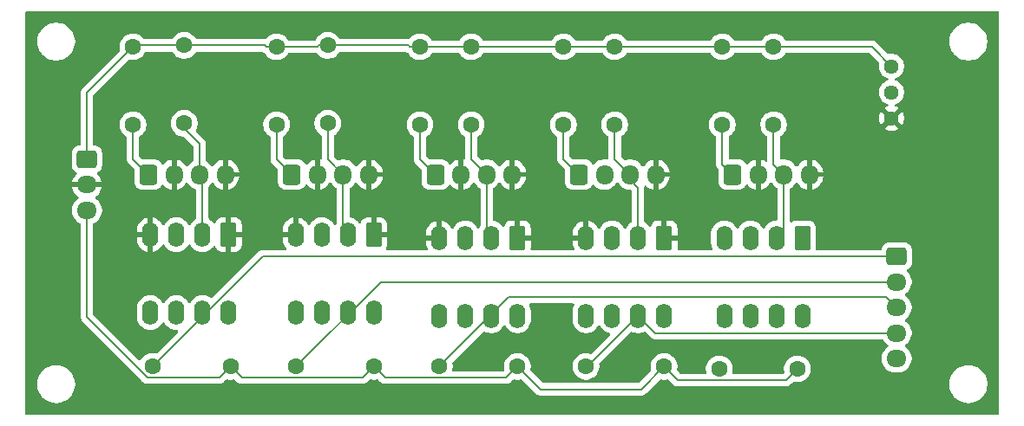
<source format=gbr>
%TF.GenerationSoftware,KiCad,Pcbnew,9.0.2*%
%TF.CreationDate,2025-07-08T21:37:52-07:00*%
%TF.ProjectId,reflectance,7265666c-6563-4746-916e-63652e6b6963,rev?*%
%TF.SameCoordinates,Original*%
%TF.FileFunction,Copper,L1,Top*%
%TF.FilePolarity,Positive*%
%FSLAX46Y46*%
G04 Gerber Fmt 4.6, Leading zero omitted, Abs format (unit mm)*
G04 Created by KiCad (PCBNEW 9.0.2) date 2025-07-08 21:37:52*
%MOMM*%
%LPD*%
G01*
G04 APERTURE LIST*
G04 Aperture macros list*
%AMRoundRect*
0 Rectangle with rounded corners*
0 $1 Rounding radius*
0 $2 $3 $4 $5 $6 $7 $8 $9 X,Y pos of 4 corners*
0 Add a 4 corners polygon primitive as box body*
4,1,4,$2,$3,$4,$5,$6,$7,$8,$9,$2,$3,0*
0 Add four circle primitives for the rounded corners*
1,1,$1+$1,$2,$3*
1,1,$1+$1,$4,$5*
1,1,$1+$1,$6,$7*
1,1,$1+$1,$8,$9*
0 Add four rect primitives between the rounded corners*
20,1,$1+$1,$2,$3,$4,$5,0*
20,1,$1+$1,$4,$5,$6,$7,0*
20,1,$1+$1,$6,$7,$8,$9,0*
20,1,$1+$1,$8,$9,$2,$3,0*%
G04 Aperture macros list end*
%TA.AperFunction,ComponentPad*%
%ADD10C,1.600000*%
%TD*%
%TA.AperFunction,ComponentPad*%
%ADD11RoundRect,0.250000X-0.600000X-0.725000X0.600000X-0.725000X0.600000X0.725000X-0.600000X0.725000X0*%
%TD*%
%TA.AperFunction,ComponentPad*%
%ADD12O,1.700000X1.950000*%
%TD*%
%TA.AperFunction,ComponentPad*%
%ADD13RoundRect,0.250000X-0.725000X0.600000X-0.725000X-0.600000X0.725000X-0.600000X0.725000X0.600000X0*%
%TD*%
%TA.AperFunction,ComponentPad*%
%ADD14O,1.950000X1.700000*%
%TD*%
%TA.AperFunction,ComponentPad*%
%ADD15RoundRect,0.250000X-0.550000X0.950000X-0.550000X-0.950000X0.550000X-0.950000X0.550000X0.950000X0*%
%TD*%
%TA.AperFunction,ComponentPad*%
%ADD16O,1.600000X2.400000*%
%TD*%
%TA.AperFunction,ComponentPad*%
%ADD17C,1.440000*%
%TD*%
%TA.AperFunction,Conductor*%
%ADD18C,0.200000*%
%TD*%
G04 APERTURE END LIST*
D10*
%TO.P,R14,1*%
%TO.N,+5V*%
X177500000Y-49500000D03*
%TO.P,R14,2*%
%TO.N,Net-(J7-Pin_1)*%
X177500000Y-57120000D03*
%TD*%
D11*
%TO.P,J1,1,Pin_1*%
%TO.N,Net-(J1-Pin_1)*%
X121500000Y-62000000D03*
D12*
%TO.P,J1,2,Pin_2*%
%TO.N,GND*%
X124000000Y-62000000D03*
%TO.P,J1,3,Pin_3*%
%TO.N,Net-(J1-Pin_3)*%
X126500000Y-62000000D03*
%TO.P,J1,4,Pin_4*%
%TO.N,GND*%
X129000000Y-62000000D03*
%TD*%
D10*
%TO.P,R3,1*%
%TO.N,+3V3*%
X129500000Y-80770000D03*
%TO.P,R3,2*%
%TO.N,Net-(J8-Pin_1)*%
X121880000Y-80770000D03*
%TD*%
D13*
%TO.P,J8,1,Pin_1*%
%TO.N,Net-(J8-Pin_1)*%
X194500000Y-70000000D03*
D14*
%TO.P,J8,2,Pin_2*%
%TO.N,Net-(J8-Pin_2)*%
X194500000Y-72500000D03*
%TO.P,J8,3,Pin_3*%
%TO.N,Net-(J8-Pin_3)*%
X194500000Y-75000000D03*
%TO.P,J8,4,Pin_4*%
%TO.N,Net-(J8-Pin_4)*%
X194500000Y-77500000D03*
%TO.P,J8,5,Pin_5*%
%TO.N,Net-(J8-Pin_5)*%
X194500000Y-80000000D03*
%TD*%
D11*
%TO.P,J2,1,Pin_1*%
%TO.N,Net-(J2-Pin_1)*%
X135500000Y-62000000D03*
D12*
%TO.P,J2,2,Pin_2*%
%TO.N,GND*%
X138000000Y-62000000D03*
%TO.P,J2,3,Pin_3*%
%TO.N,Net-(J2-Pin_3)*%
X140500000Y-62000000D03*
%TO.P,J2,4,Pin_4*%
%TO.N,GND*%
X143000000Y-62000000D03*
%TD*%
D10*
%TO.P,R15,1*%
%TO.N,+5V*%
X182500000Y-49500000D03*
%TO.P,R15,2*%
%TO.N,Net-(J7-Pin_3)*%
X182500000Y-57120000D03*
%TD*%
%TO.P,R5,1*%
%TO.N,+5V*%
X134000000Y-49500000D03*
%TO.P,R5,2*%
%TO.N,Net-(J2-Pin_1)*%
X134000000Y-57120000D03*
%TD*%
D15*
%TO.P,U2,1,GND*%
%TO.N,GND*%
X129310000Y-67880000D03*
D16*
%TO.P,U2,2,+*%
%TO.N,Net-(J1-Pin_3)*%
X126770000Y-67880000D03*
%TO.P,U2,3,-*%
%TO.N,Net-(U1--)*%
X124230000Y-67880000D03*
%TO.P,U2,4,V-*%
%TO.N,GND*%
X121690000Y-67880000D03*
%TO.P,U2,5,BAL*%
%TO.N,unconnected-(U2-BAL-Pad5)*%
X121690000Y-75500000D03*
%TO.P,U2,6,STRB*%
%TO.N,unconnected-(U2-STRB-Pad6)*%
X124230000Y-75500000D03*
%TO.P,U2,7*%
%TO.N,Net-(J8-Pin_1)*%
X126770000Y-75500000D03*
%TO.P,U2,8,V+*%
%TO.N,+5V*%
X129310000Y-75500000D03*
%TD*%
D10*
%TO.P,R8,1*%
%TO.N,+5V*%
X148000000Y-49500000D03*
%TO.P,R8,2*%
%TO.N,Net-(J3-Pin_1)*%
X148000000Y-57120000D03*
%TD*%
%TO.P,R7,1*%
%TO.N,+5V*%
X153000000Y-49500000D03*
%TO.P,R7,2*%
%TO.N,Net-(J3-Pin_3)*%
X153000000Y-57120000D03*
%TD*%
D11*
%TO.P,J4,1,Pin_1*%
%TO.N,Net-(J4-Pin_1)*%
X163500000Y-62000000D03*
D12*
%TO.P,J4,2,Pin_2*%
%TO.N,unconnected-(J4-Pin_2-Pad2)*%
X166000000Y-62000000D03*
%TO.P,J4,3,Pin_3*%
%TO.N,Net-(J4-Pin_3)*%
X168500000Y-62000000D03*
%TO.P,J4,4,Pin_4*%
%TO.N,GND*%
X171000000Y-62000000D03*
%TD*%
D10*
%TO.P,R1,1*%
%TO.N,+5V*%
X125000000Y-49380000D03*
%TO.P,R1,2*%
%TO.N,Net-(J1-Pin_3)*%
X125000000Y-57000000D03*
%TD*%
%TO.P,R11,1*%
%TO.N,+5V*%
X162000000Y-49500000D03*
%TO.P,R11,2*%
%TO.N,Net-(J4-Pin_1)*%
X162000000Y-57120000D03*
%TD*%
D11*
%TO.P,J3,1,Pin_1*%
%TO.N,Net-(J3-Pin_1)*%
X149500000Y-62000000D03*
D12*
%TO.P,J3,2,Pin_2*%
%TO.N,GND*%
X152000000Y-62000000D03*
%TO.P,J3,3,Pin_3*%
%TO.N,Net-(J3-Pin_3)*%
X154500000Y-62000000D03*
%TO.P,J3,4,Pin_4*%
%TO.N,GND*%
X157000000Y-62000000D03*
%TD*%
D15*
%TO.P,U1,1,GND*%
%TO.N,GND*%
X143500000Y-67880000D03*
D16*
%TO.P,U1,2,+*%
%TO.N,Net-(J2-Pin_3)*%
X140960000Y-67880000D03*
%TO.P,U1,3,-*%
%TO.N,Net-(U1--)*%
X138420000Y-67880000D03*
%TO.P,U1,4,V-*%
%TO.N,GND*%
X135880000Y-67880000D03*
%TO.P,U1,5,BAL*%
%TO.N,unconnected-(U1-BAL-Pad5)*%
X135880000Y-75500000D03*
%TO.P,U1,6,STRB*%
%TO.N,unconnected-(U1-STRB-Pad6)*%
X138420000Y-75500000D03*
%TO.P,U1,7*%
%TO.N,Net-(J8-Pin_2)*%
X140960000Y-75500000D03*
%TO.P,U1,8,V+*%
%TO.N,+5V*%
X143500000Y-75500000D03*
%TD*%
D11*
%TO.P,J7,1,Pin_1*%
%TO.N,Net-(J7-Pin_1)*%
X178500000Y-62000000D03*
D12*
%TO.P,J7,2,Pin_2*%
%TO.N,GND*%
X181000000Y-62000000D03*
%TO.P,J7,3,Pin_3*%
%TO.N,Net-(J7-Pin_3)*%
X183500000Y-62000000D03*
%TO.P,J7,4,Pin_4*%
%TO.N,GND*%
X186000000Y-62000000D03*
%TD*%
D15*
%TO.P,U5,1,GND*%
%TO.N,unconnected-(U5-GND-Pad1)*%
X185310000Y-68190000D03*
D16*
%TO.P,U5,2,+*%
%TO.N,Net-(J7-Pin_3)*%
X182770000Y-68190000D03*
%TO.P,U5,3,-*%
%TO.N,Net-(U1--)*%
X180230000Y-68190000D03*
%TO.P,U5,4,V-*%
%TO.N,unconnected-(U5-V--Pad4)*%
X177690000Y-68190000D03*
%TO.P,U5,5,BAL*%
%TO.N,unconnected-(U5-BAL-Pad5)*%
X177690000Y-75810000D03*
%TO.P,U5,6,STRB*%
%TO.N,unconnected-(U5-STRB-Pad6)*%
X180230000Y-75810000D03*
%TO.P,U5,7*%
%TO.N,Net-(J8-Pin_5)*%
X182770000Y-75810000D03*
%TO.P,U5,8,V+*%
%TO.N,unconnected-(U5-V+-Pad8)*%
X185310000Y-75810000D03*
%TD*%
D10*
%TO.P,R6,1*%
%TO.N,+3V3*%
X143500000Y-80770000D03*
%TO.P,R6,2*%
%TO.N,Net-(J8-Pin_2)*%
X135880000Y-80770000D03*
%TD*%
%TO.P,R12,1*%
%TO.N,+3V3*%
X171810000Y-80770000D03*
%TO.P,R12,2*%
%TO.N,Net-(J8-Pin_4)*%
X164190000Y-80770000D03*
%TD*%
%TO.P,R9,1*%
%TO.N,+3V3*%
X157500000Y-80770000D03*
%TO.P,R9,2*%
%TO.N,Net-(J8-Pin_3)*%
X149880000Y-80770000D03*
%TD*%
D15*
%TO.P,U4,1,GND*%
%TO.N,GND*%
X171810000Y-68190000D03*
D16*
%TO.P,U4,2,+*%
%TO.N,Net-(J4-Pin_3)*%
X169270000Y-68190000D03*
%TO.P,U4,3,-*%
%TO.N,Net-(U1--)*%
X166730000Y-68190000D03*
%TO.P,U4,4,V-*%
%TO.N,GND*%
X164190000Y-68190000D03*
%TO.P,U4,5,BAL*%
%TO.N,unconnected-(U4-BAL-Pad5)*%
X164190000Y-75810000D03*
%TO.P,U4,6,STRB*%
%TO.N,unconnected-(U4-STRB-Pad6)*%
X166730000Y-75810000D03*
%TO.P,U4,7*%
%TO.N,Net-(J8-Pin_4)*%
X169270000Y-75810000D03*
%TO.P,U4,8,V+*%
%TO.N,+5V*%
X171810000Y-75810000D03*
%TD*%
D10*
%TO.P,R2,1*%
%TO.N,+5V*%
X120000000Y-49500000D03*
%TO.P,R2,2*%
%TO.N,Net-(J1-Pin_1)*%
X120000000Y-57120000D03*
%TD*%
%TO.P,R4,1*%
%TO.N,+5V*%
X139000000Y-49380000D03*
%TO.P,R4,2*%
%TO.N,Net-(J2-Pin_3)*%
X139000000Y-57000000D03*
%TD*%
D17*
%TO.P,RV1,1,1*%
%TO.N,+5V*%
X194000000Y-51420000D03*
%TO.P,RV1,2,2*%
%TO.N,Net-(U1--)*%
X194000000Y-53960000D03*
%TO.P,RV1,3,3*%
%TO.N,GND*%
X194000000Y-56500000D03*
%TD*%
D10*
%TO.P,R10,1*%
%TO.N,+5V*%
X167000000Y-49500000D03*
%TO.P,R10,2*%
%TO.N,Net-(J4-Pin_3)*%
X167000000Y-57120000D03*
%TD*%
D13*
%TO.P,J6,1,Pin_1*%
%TO.N,+5V*%
X115500000Y-60500000D03*
D14*
%TO.P,J6,2,Pin_2*%
%TO.N,GND*%
X115500000Y-63000000D03*
%TO.P,J6,3,Pin_3*%
%TO.N,+3V3*%
X115500000Y-65500000D03*
%TD*%
D10*
%TO.P,R16,1*%
%TO.N,+3V3*%
X184810000Y-81000000D03*
%TO.P,R16,2*%
%TO.N,Net-(J8-Pin_5)*%
X177190000Y-81000000D03*
%TD*%
D15*
%TO.P,U3,1,GND*%
%TO.N,GND*%
X157500000Y-68190000D03*
D16*
%TO.P,U3,2,+*%
%TO.N,Net-(J3-Pin_3)*%
X154960000Y-68190000D03*
%TO.P,U3,3,-*%
%TO.N,Net-(U1--)*%
X152420000Y-68190000D03*
%TO.P,U3,4,V-*%
%TO.N,GND*%
X149880000Y-68190000D03*
%TO.P,U3,5,BAL*%
%TO.N,unconnected-(U3-BAL-Pad5)*%
X149880000Y-75810000D03*
%TO.P,U3,6,STRB*%
%TO.N,unconnected-(U3-STRB-Pad6)*%
X152420000Y-75810000D03*
%TO.P,U3,7*%
%TO.N,Net-(J8-Pin_3)*%
X154960000Y-75810000D03*
%TO.P,U3,8,V+*%
%TO.N,+5V*%
X157500000Y-75810000D03*
%TD*%
D18*
%TO.N,Net-(J1-Pin_1)*%
X120000000Y-57120000D02*
X120000000Y-60500000D01*
X120000000Y-60500000D02*
X121500000Y-62000000D01*
%TO.N,Net-(J1-Pin_3)*%
X126500000Y-59000000D02*
X126500000Y-62000000D01*
X126960000Y-67380000D02*
X126770000Y-67570000D01*
X126770000Y-62770000D02*
X126770000Y-67880000D01*
X125000000Y-57500000D02*
X126500000Y-59000000D01*
X126500000Y-62500000D02*
X126770000Y-62770000D01*
X125000000Y-57000000D02*
X125000000Y-57500000D01*
X126500000Y-62000000D02*
X126500000Y-62500000D01*
%TO.N,Net-(J2-Pin_3)*%
X140460000Y-67070000D02*
X140960000Y-67570000D01*
X140500000Y-67420000D02*
X140960000Y-67880000D01*
X140500000Y-67110000D02*
X140960000Y-67570000D01*
X140500000Y-62000000D02*
X140500000Y-67420000D01*
X139000000Y-57000000D02*
X139000000Y-60500000D01*
X139000000Y-60500000D02*
X140500000Y-62000000D01*
%TO.N,Net-(J2-Pin_1)*%
X134000000Y-57120000D02*
X134000000Y-60500000D01*
X134000000Y-60500000D02*
X135500000Y-62000000D01*
%TO.N,Net-(J3-Pin_1)*%
X148000000Y-57120000D02*
X148000000Y-60500000D01*
X148000000Y-60500000D02*
X149500000Y-62000000D01*
%TO.N,Net-(J3-Pin_3)*%
X153000000Y-60500000D02*
X154500000Y-62000000D01*
X154500000Y-62000000D02*
X154500000Y-67730000D01*
X153000000Y-57120000D02*
X153000000Y-60500000D01*
X155000000Y-67530000D02*
X154960000Y-67570000D01*
X154500000Y-67730000D02*
X154960000Y-68190000D01*
%TO.N,Net-(J4-Pin_3)*%
X168500000Y-62500000D02*
X169270000Y-63270000D01*
X167000000Y-60500000D02*
X168500000Y-62000000D01*
X169270000Y-63270000D02*
X169270000Y-68190000D01*
X168500000Y-62000000D02*
X168500000Y-62500000D01*
X169500000Y-67650000D02*
X169270000Y-67880000D01*
X167000000Y-57120000D02*
X167000000Y-60500000D01*
X169000000Y-67610000D02*
X169270000Y-67880000D01*
%TO.N,Net-(J4-Pin_1)*%
X162000000Y-60500000D02*
X163500000Y-62000000D01*
X162000000Y-57120000D02*
X162000000Y-60500000D01*
%TO.N,+5V*%
X146880000Y-49380000D02*
X139000000Y-49380000D01*
X138000000Y-49500000D02*
X134000000Y-49500000D01*
X162000000Y-49500000D02*
X153000000Y-49500000D01*
X139000000Y-49380000D02*
X138120000Y-49380000D01*
X133000000Y-49500000D02*
X132880000Y-49380000D01*
X132880000Y-49380000D02*
X125000000Y-49380000D01*
X120120000Y-49380000D02*
X120000000Y-49500000D01*
X138120000Y-49380000D02*
X138000000Y-49500000D01*
X167000000Y-49500000D02*
X177500000Y-49500000D01*
X182500000Y-49500000D02*
X192080000Y-49500000D01*
X167000000Y-49500000D02*
X162000000Y-49500000D01*
X125000000Y-49380000D02*
X120120000Y-49380000D01*
X153000000Y-49500000D02*
X148000000Y-49500000D01*
X120000000Y-49500000D02*
X115500000Y-54000000D01*
X192080000Y-49500000D02*
X194000000Y-51420000D01*
X147000000Y-49500000D02*
X146880000Y-49380000D01*
X177500000Y-49500000D02*
X182500000Y-49500000D01*
X148000000Y-49500000D02*
X147000000Y-49500000D01*
X134000000Y-49500000D02*
X133000000Y-49500000D01*
X115500000Y-54000000D02*
X115500000Y-60500000D01*
%TO.N,+3V3*%
X128399000Y-81871000D02*
X121423950Y-81871000D01*
X142399000Y-81871000D02*
X130601000Y-81871000D01*
X156399000Y-81871000D02*
X144601000Y-81871000D01*
X115500000Y-75947050D02*
X115500000Y-65500000D01*
X171810000Y-80770000D02*
X169580000Y-83000000D01*
X183709000Y-82101000D02*
X173141000Y-82101000D01*
X144601000Y-81871000D02*
X143500000Y-80770000D01*
X130601000Y-81871000D02*
X129500000Y-80770000D01*
X173141000Y-82101000D02*
X171810000Y-80770000D01*
X184810000Y-81000000D02*
X183709000Y-82101000D01*
X143500000Y-80770000D02*
X142399000Y-81871000D01*
X121423950Y-81871000D02*
X115500000Y-75947050D01*
X169580000Y-83000000D02*
X159730000Y-83000000D01*
X159730000Y-83000000D02*
X157500000Y-80770000D01*
X157500000Y-80770000D02*
X156399000Y-81871000D01*
X129500000Y-80770000D02*
X128399000Y-81871000D01*
%TO.N,unconnected-(U2-BAL-Pad5)*%
X121500000Y-75270000D02*
X121770000Y-75000000D01*
%TO.N,Net-(J7-Pin_3)*%
X183500000Y-62000000D02*
X183500000Y-67460000D01*
X182500000Y-57120000D02*
X182500000Y-61000000D01*
X182500000Y-61000000D02*
X183500000Y-62000000D01*
X183500000Y-67460000D02*
X182770000Y-68190000D01*
%TO.N,Net-(J7-Pin_1)*%
X177500000Y-61000000D02*
X178500000Y-62000000D01*
X177500000Y-57120000D02*
X177500000Y-61000000D01*
%TO.N,Net-(J8-Pin_1)*%
X121880000Y-80770000D02*
X132650000Y-70000000D01*
X132650000Y-70000000D02*
X194500000Y-70000000D01*
X126770000Y-75300000D02*
X126770000Y-75190000D01*
X126770000Y-75880000D02*
X126770000Y-75500000D01*
%TO.N,Net-(J8-Pin_2)*%
X141500000Y-74850000D02*
X141460000Y-74810000D01*
X135880000Y-80770000D02*
X144150000Y-72500000D01*
X144150000Y-72500000D02*
X194500000Y-72500000D01*
X140960000Y-75690000D02*
X140960000Y-75500000D01*
X140880000Y-75190000D02*
X140960000Y-75190000D01*
%TO.N,Net-(J8-Pin_3)*%
X193500000Y-74000000D02*
X194500000Y-75000000D01*
X156650000Y-74000000D02*
X193500000Y-74000000D01*
X149880000Y-80770000D02*
X156650000Y-74000000D01*
X154840000Y-75810000D02*
X154960000Y-75810000D01*
X154880000Y-75190000D02*
X154960000Y-75190000D01*
%TO.N,Net-(J8-Pin_5)*%
X182380000Y-75810000D02*
X182770000Y-75810000D01*
%TO.N,Net-(J8-Pin_4)*%
X170960000Y-77500000D02*
X194500000Y-77500000D01*
X169270000Y-75810000D02*
X170960000Y-77500000D01*
X164310000Y-80770000D02*
X169270000Y-75810000D01*
X169270000Y-75610000D02*
X169270000Y-75500000D01*
X169150000Y-75810000D02*
X169270000Y-75810000D01*
X164190000Y-80770000D02*
X164310000Y-80770000D01*
%TD*%
%TA.AperFunction,Conductor*%
%TO.N,GND*%
G36*
X204442539Y-46020185D02*
G01*
X204488294Y-46072989D01*
X204499500Y-46124500D01*
X204499500Y-85375500D01*
X204479815Y-85442539D01*
X204427011Y-85488294D01*
X204375500Y-85499500D01*
X109624500Y-85499500D01*
X109557461Y-85479815D01*
X109511706Y-85427011D01*
X109500500Y-85375500D01*
X109500500Y-82378711D01*
X110649500Y-82378711D01*
X110649500Y-82378712D01*
X110649500Y-82621288D01*
X110660060Y-82701499D01*
X110681161Y-82861785D01*
X110743947Y-83096104D01*
X110836773Y-83320205D01*
X110836776Y-83320212D01*
X110958064Y-83530289D01*
X110958066Y-83530292D01*
X110958067Y-83530293D01*
X111105733Y-83722736D01*
X111105739Y-83722743D01*
X111277256Y-83894260D01*
X111277262Y-83894265D01*
X111469711Y-84041936D01*
X111679788Y-84163224D01*
X111903900Y-84256054D01*
X112138211Y-84318838D01*
X112318586Y-84342584D01*
X112378711Y-84350500D01*
X112378712Y-84350500D01*
X112621289Y-84350500D01*
X112669388Y-84344167D01*
X112861789Y-84318838D01*
X113096100Y-84256054D01*
X113320212Y-84163224D01*
X113530289Y-84041936D01*
X113722738Y-83894265D01*
X113894265Y-83722738D01*
X114041936Y-83530289D01*
X114163224Y-83320212D01*
X114256054Y-83096100D01*
X114318838Y-82861789D01*
X114350500Y-82621288D01*
X114350500Y-82378712D01*
X114346920Y-82351522D01*
X114335988Y-82268478D01*
X114318838Y-82138211D01*
X114256054Y-81903900D01*
X114163224Y-81679788D01*
X114041936Y-81469711D01*
X113941011Y-81338183D01*
X113894266Y-81277263D01*
X113894260Y-81277256D01*
X113722743Y-81105739D01*
X113722736Y-81105733D01*
X113530293Y-80958067D01*
X113530292Y-80958066D01*
X113530289Y-80958064D01*
X113320212Y-80836776D01*
X113320205Y-80836773D01*
X113096104Y-80743947D01*
X112861785Y-80681161D01*
X112621289Y-80649500D01*
X112621288Y-80649500D01*
X112378712Y-80649500D01*
X112378711Y-80649500D01*
X112138214Y-80681161D01*
X111903895Y-80743947D01*
X111679794Y-80836773D01*
X111679785Y-80836777D01*
X111469706Y-80958067D01*
X111277263Y-81105733D01*
X111277256Y-81105739D01*
X111105739Y-81277256D01*
X111105733Y-81277263D01*
X110958067Y-81469706D01*
X110836777Y-81679785D01*
X110836773Y-81679794D01*
X110743947Y-81903895D01*
X110681161Y-82138214D01*
X110649500Y-82378711D01*
X109500500Y-82378711D01*
X109500500Y-59849983D01*
X114024500Y-59849983D01*
X114024500Y-61150001D01*
X114024501Y-61150018D01*
X114035000Y-61252796D01*
X114035001Y-61252799D01*
X114069394Y-61356588D01*
X114090186Y-61419334D01*
X114176253Y-61558872D01*
X114182289Y-61568657D01*
X114306344Y-61692712D01*
X114461558Y-61788448D01*
X114508283Y-61840396D01*
X114519506Y-61909358D01*
X114491663Y-61973441D01*
X114484144Y-61981668D01*
X114345271Y-62120541D01*
X114220379Y-62292442D01*
X114123904Y-62481782D01*
X114058242Y-62683870D01*
X114058242Y-62683873D01*
X114047769Y-62750000D01*
X115095854Y-62750000D01*
X115057370Y-62816657D01*
X115025000Y-62937465D01*
X115025000Y-63062535D01*
X115057370Y-63183343D01*
X115095854Y-63250000D01*
X114047769Y-63250000D01*
X114058242Y-63316126D01*
X114058242Y-63316129D01*
X114123904Y-63518217D01*
X114220379Y-63707557D01*
X114345272Y-63879459D01*
X114345276Y-63879464D01*
X114495535Y-64029723D01*
X114495540Y-64029727D01*
X114660218Y-64149372D01*
X114702884Y-64204701D01*
X114708863Y-64274315D01*
X114676258Y-64336110D01*
X114660218Y-64350008D01*
X114495214Y-64469890D01*
X114495209Y-64469894D01*
X114344890Y-64620213D01*
X114219951Y-64792179D01*
X114123444Y-64981585D01*
X114057753Y-65183760D01*
X114024500Y-65393713D01*
X114024500Y-65606286D01*
X114057753Y-65816239D01*
X114123444Y-66018414D01*
X114219951Y-66207820D01*
X114344890Y-66379786D01*
X114495213Y-66530109D01*
X114667179Y-66655048D01*
X114667181Y-66655049D01*
X114667184Y-66655051D01*
X114831795Y-66738924D01*
X114882591Y-66786898D01*
X114899500Y-66849409D01*
X114899500Y-75860380D01*
X114899499Y-75860398D01*
X114899499Y-76026104D01*
X114899498Y-76026104D01*
X114940423Y-76178837D01*
X114940424Y-76178838D01*
X114958705Y-76210501D01*
X115019475Y-76315759D01*
X115019481Y-76315767D01*
X115138349Y-76434635D01*
X115138355Y-76434640D01*
X120939089Y-82235374D01*
X120939099Y-82235385D01*
X120943429Y-82239715D01*
X120943430Y-82239716D01*
X121055234Y-82351520D01*
X121055236Y-82351521D01*
X121055240Y-82351524D01*
X121192159Y-82430573D01*
X121192166Y-82430577D01*
X121303969Y-82460534D01*
X121344892Y-82471500D01*
X121344893Y-82471500D01*
X128312331Y-82471500D01*
X128312347Y-82471501D01*
X128319943Y-82471501D01*
X128478054Y-82471501D01*
X128478057Y-82471501D01*
X128630785Y-82430577D01*
X128645367Y-82422157D01*
X128684588Y-82399514D01*
X128684599Y-82399506D01*
X128684611Y-82399500D01*
X128767716Y-82351520D01*
X128879520Y-82239716D01*
X128879520Y-82239714D01*
X128889723Y-82229512D01*
X128889727Y-82229506D01*
X129055158Y-82064075D01*
X129116479Y-82030592D01*
X129181151Y-82033825D01*
X129195466Y-82038477D01*
X129195471Y-82038477D01*
X129195472Y-82038478D01*
X129223555Y-82042926D01*
X129397648Y-82070500D01*
X129397649Y-82070500D01*
X129602351Y-82070500D01*
X129602352Y-82070500D01*
X129804534Y-82038477D01*
X129818842Y-82033827D01*
X129834054Y-82033392D01*
X129848315Y-82028074D01*
X129868268Y-82032414D01*
X129888682Y-82031831D01*
X129902769Y-82039920D01*
X129916588Y-82042926D01*
X129944842Y-82064077D01*
X130116139Y-82235374D01*
X130116149Y-82235385D01*
X130120479Y-82239715D01*
X130120480Y-82239716D01*
X130232284Y-82351520D01*
X130315389Y-82399500D01*
X130369211Y-82430575D01*
X130369215Y-82430577D01*
X130521943Y-82471500D01*
X130680057Y-82471500D01*
X142312331Y-82471500D01*
X142312347Y-82471501D01*
X142319943Y-82471501D01*
X142478054Y-82471501D01*
X142478057Y-82471501D01*
X142630785Y-82430577D01*
X142645367Y-82422157D01*
X142684588Y-82399514D01*
X142684599Y-82399506D01*
X142684611Y-82399500D01*
X142767716Y-82351520D01*
X142879520Y-82239716D01*
X142879520Y-82239714D01*
X142889723Y-82229512D01*
X142889727Y-82229506D01*
X143055158Y-82064075D01*
X143116479Y-82030592D01*
X143181151Y-82033825D01*
X143195466Y-82038477D01*
X143195471Y-82038477D01*
X143195472Y-82038478D01*
X143223555Y-82042926D01*
X143397648Y-82070500D01*
X143397649Y-82070500D01*
X143602351Y-82070500D01*
X143602352Y-82070500D01*
X143804534Y-82038477D01*
X143818842Y-82033827D01*
X143834054Y-82033392D01*
X143848315Y-82028074D01*
X143868268Y-82032414D01*
X143888682Y-82031831D01*
X143902769Y-82039920D01*
X143916588Y-82042926D01*
X143944842Y-82064077D01*
X144116139Y-82235374D01*
X144116149Y-82235385D01*
X144120479Y-82239715D01*
X144120480Y-82239716D01*
X144232284Y-82351520D01*
X144315389Y-82399500D01*
X144369211Y-82430575D01*
X144369215Y-82430577D01*
X144521943Y-82471500D01*
X144680057Y-82471500D01*
X156312331Y-82471500D01*
X156312347Y-82471501D01*
X156319943Y-82471501D01*
X156478054Y-82471501D01*
X156478057Y-82471501D01*
X156630785Y-82430577D01*
X156645367Y-82422157D01*
X156684588Y-82399514D01*
X156684599Y-82399506D01*
X156684611Y-82399500D01*
X156767716Y-82351520D01*
X156879520Y-82239716D01*
X156879520Y-82239714D01*
X156889723Y-82229512D01*
X156889727Y-82229506D01*
X157055158Y-82064075D01*
X157116479Y-82030592D01*
X157181151Y-82033825D01*
X157195466Y-82038477D01*
X157195471Y-82038477D01*
X157195472Y-82038478D01*
X157223555Y-82042926D01*
X157397648Y-82070500D01*
X157397649Y-82070500D01*
X157602351Y-82070500D01*
X157602352Y-82070500D01*
X157804534Y-82038477D01*
X157818842Y-82033827D01*
X157888682Y-82031831D01*
X157944842Y-82064077D01*
X159245139Y-83364374D01*
X159245149Y-83364385D01*
X159249479Y-83368715D01*
X159249480Y-83368716D01*
X159361284Y-83480520D01*
X159447487Y-83530289D01*
X159498215Y-83559577D01*
X159650942Y-83600500D01*
X159650943Y-83600500D01*
X169493331Y-83600500D01*
X169493347Y-83600501D01*
X169500943Y-83600501D01*
X169659054Y-83600501D01*
X169659057Y-83600501D01*
X169811785Y-83559577D01*
X169862513Y-83530289D01*
X169948716Y-83480520D01*
X170060520Y-83368716D01*
X170060520Y-83368714D01*
X170070724Y-83358511D01*
X170070728Y-83358506D01*
X171365158Y-82064075D01*
X171426479Y-82030592D01*
X171491151Y-82033825D01*
X171505466Y-82038477D01*
X171505471Y-82038477D01*
X171505472Y-82038478D01*
X171533555Y-82042926D01*
X171707648Y-82070500D01*
X171707649Y-82070500D01*
X171912351Y-82070500D01*
X171912352Y-82070500D01*
X172114534Y-82038477D01*
X172128842Y-82033827D01*
X172198682Y-82031831D01*
X172254842Y-82064077D01*
X172656139Y-82465374D01*
X172656149Y-82465385D01*
X172660479Y-82469715D01*
X172660480Y-82469716D01*
X172772284Y-82581520D01*
X172841165Y-82621288D01*
X172909215Y-82660577D01*
X173061942Y-82701500D01*
X173061943Y-82701500D01*
X183622331Y-82701500D01*
X183622347Y-82701501D01*
X183629943Y-82701501D01*
X183788054Y-82701501D01*
X183788057Y-82701501D01*
X183940785Y-82660577D01*
X184008835Y-82621288D01*
X184077716Y-82581520D01*
X184189520Y-82469716D01*
X184189520Y-82469714D01*
X184199723Y-82459512D01*
X184199727Y-82459506D01*
X184280522Y-82378711D01*
X199649500Y-82378711D01*
X199649500Y-82378712D01*
X199649500Y-82621288D01*
X199660060Y-82701499D01*
X199681161Y-82861785D01*
X199743947Y-83096104D01*
X199836773Y-83320205D01*
X199836776Y-83320212D01*
X199958064Y-83530289D01*
X199958066Y-83530292D01*
X199958067Y-83530293D01*
X200105733Y-83722736D01*
X200105739Y-83722743D01*
X200277256Y-83894260D01*
X200277262Y-83894265D01*
X200469711Y-84041936D01*
X200679788Y-84163224D01*
X200903900Y-84256054D01*
X201138211Y-84318838D01*
X201318586Y-84342584D01*
X201378711Y-84350500D01*
X201378712Y-84350500D01*
X201621289Y-84350500D01*
X201669388Y-84344167D01*
X201861789Y-84318838D01*
X202096100Y-84256054D01*
X202320212Y-84163224D01*
X202530289Y-84041936D01*
X202722738Y-83894265D01*
X202894265Y-83722738D01*
X203041936Y-83530289D01*
X203163224Y-83320212D01*
X203256054Y-83096100D01*
X203318838Y-82861789D01*
X203350500Y-82621288D01*
X203350500Y-82378712D01*
X203346920Y-82351522D01*
X203335988Y-82268478D01*
X203318838Y-82138211D01*
X203256054Y-81903900D01*
X203163224Y-81679788D01*
X203041936Y-81469711D01*
X202941011Y-81338183D01*
X202894266Y-81277263D01*
X202894260Y-81277256D01*
X202722743Y-81105739D01*
X202722736Y-81105733D01*
X202530293Y-80958067D01*
X202530292Y-80958066D01*
X202530289Y-80958064D01*
X202320212Y-80836776D01*
X202320205Y-80836773D01*
X202096104Y-80743947D01*
X201861785Y-80681161D01*
X201621289Y-80649500D01*
X201621288Y-80649500D01*
X201378712Y-80649500D01*
X201378711Y-80649500D01*
X201138214Y-80681161D01*
X200903895Y-80743947D01*
X200679794Y-80836773D01*
X200679785Y-80836777D01*
X200469706Y-80958067D01*
X200277263Y-81105733D01*
X200277256Y-81105739D01*
X200105739Y-81277256D01*
X200105733Y-81277263D01*
X199958067Y-81469706D01*
X199836777Y-81679785D01*
X199836773Y-81679794D01*
X199743947Y-81903895D01*
X199681161Y-82138214D01*
X199649500Y-82378711D01*
X184280522Y-82378711D01*
X184365158Y-82294075D01*
X184426479Y-82260592D01*
X184491151Y-82263825D01*
X184505466Y-82268477D01*
X184707648Y-82300500D01*
X184707649Y-82300500D01*
X184912351Y-82300500D01*
X184912352Y-82300500D01*
X185114534Y-82268477D01*
X185114537Y-82268476D01*
X185114538Y-82268476D01*
X185150712Y-82256722D01*
X185150713Y-82256722D01*
X185203060Y-82239713D01*
X185309219Y-82205220D01*
X185491610Y-82112287D01*
X185587078Y-82042926D01*
X185657213Y-81991971D01*
X185657215Y-81991968D01*
X185657219Y-81991966D01*
X185801966Y-81847219D01*
X185801968Y-81847215D01*
X185801971Y-81847213D01*
X185863905Y-81761966D01*
X185922287Y-81681610D01*
X186015220Y-81499219D01*
X186078477Y-81304534D01*
X186110500Y-81102352D01*
X186110500Y-80897648D01*
X186078477Y-80695466D01*
X186073829Y-80681162D01*
X186020949Y-80518414D01*
X186015220Y-80500781D01*
X186015218Y-80500778D01*
X186015218Y-80500776D01*
X185925734Y-80325156D01*
X185922287Y-80318390D01*
X185888692Y-80272150D01*
X185801971Y-80152786D01*
X185657213Y-80008028D01*
X185491613Y-79887715D01*
X185491612Y-79887714D01*
X185491610Y-79887713D01*
X185434653Y-79858691D01*
X185309223Y-79794781D01*
X185114534Y-79731522D01*
X184939995Y-79703878D01*
X184912352Y-79699500D01*
X184707648Y-79699500D01*
X184683329Y-79703351D01*
X184505465Y-79731522D01*
X184310776Y-79794781D01*
X184128386Y-79887715D01*
X183962786Y-80008028D01*
X183818028Y-80152786D01*
X183697715Y-80318386D01*
X183604781Y-80500776D01*
X183541522Y-80695465D01*
X183512329Y-80879786D01*
X183509500Y-80897648D01*
X183509500Y-81102352D01*
X183522841Y-81186581D01*
X183541523Y-81304535D01*
X183546172Y-81318845D01*
X183546605Y-81334052D01*
X183551924Y-81348308D01*
X183547582Y-81368269D01*
X183548165Y-81388687D01*
X183540078Y-81402770D01*
X183537075Y-81416581D01*
X183515926Y-81444837D01*
X183496588Y-81464177D01*
X183435266Y-81497665D01*
X183408902Y-81500500D01*
X178565476Y-81500500D01*
X178498437Y-81480815D01*
X178452682Y-81428011D01*
X178442738Y-81358853D01*
X178447545Y-81338183D01*
X178458475Y-81304542D01*
X178458475Y-81304538D01*
X178458477Y-81304534D01*
X178490500Y-81102352D01*
X178490500Y-80897648D01*
X178458477Y-80695466D01*
X178453829Y-80681162D01*
X178400949Y-80518414D01*
X178395220Y-80500781D01*
X178395218Y-80500778D01*
X178395218Y-80500776D01*
X178305734Y-80325156D01*
X178302287Y-80318390D01*
X178268692Y-80272150D01*
X178181971Y-80152786D01*
X178037213Y-80008028D01*
X177871613Y-79887715D01*
X177871612Y-79887714D01*
X177871610Y-79887713D01*
X177814653Y-79858691D01*
X177689223Y-79794781D01*
X177494534Y-79731522D01*
X177319995Y-79703878D01*
X177292352Y-79699500D01*
X177087648Y-79699500D01*
X177063329Y-79703351D01*
X176885465Y-79731522D01*
X176690776Y-79794781D01*
X176508386Y-79887715D01*
X176342786Y-80008028D01*
X176198028Y-80152786D01*
X176077715Y-80318386D01*
X175984781Y-80500776D01*
X175921522Y-80695465D01*
X175892329Y-80879786D01*
X175889500Y-80897648D01*
X175889500Y-81102352D01*
X175902841Y-81186581D01*
X175921523Y-81304535D01*
X175921524Y-81304542D01*
X175932455Y-81338183D01*
X175934450Y-81408024D01*
X175898369Y-81467856D01*
X175835668Y-81498684D01*
X175814524Y-81500500D01*
X173441097Y-81500500D01*
X173374058Y-81480815D01*
X173353416Y-81464181D01*
X173104077Y-81214842D01*
X173070592Y-81153519D01*
X173073828Y-81088841D01*
X173078477Y-81074534D01*
X173110500Y-80872352D01*
X173110500Y-80667648D01*
X173107626Y-80649500D01*
X173078477Y-80465465D01*
X173049127Y-80375137D01*
X173015220Y-80270781D01*
X173015218Y-80270778D01*
X173015218Y-80270776D01*
X172972788Y-80187504D01*
X172922287Y-80088390D01*
X172914556Y-80077749D01*
X172801971Y-79922786D01*
X172657213Y-79778028D01*
X172491613Y-79657715D01*
X172491612Y-79657714D01*
X172491610Y-79657713D01*
X172434653Y-79628691D01*
X172309223Y-79564781D01*
X172114534Y-79501522D01*
X171939995Y-79473878D01*
X171912352Y-79469500D01*
X171707648Y-79469500D01*
X171683329Y-79473351D01*
X171505465Y-79501522D01*
X171310776Y-79564781D01*
X171128386Y-79657715D01*
X170962786Y-79778028D01*
X170818028Y-79922786D01*
X170697715Y-80088386D01*
X170604781Y-80270776D01*
X170541522Y-80465465D01*
X170512374Y-80649500D01*
X170509500Y-80667648D01*
X170509500Y-80872352D01*
X170513507Y-80897648D01*
X170541522Y-81074534D01*
X170546173Y-81088848D01*
X170548165Y-81158690D01*
X170515921Y-81214842D01*
X169367584Y-82363181D01*
X169306261Y-82396666D01*
X169279903Y-82399500D01*
X160030097Y-82399500D01*
X159963058Y-82379815D01*
X159942416Y-82363181D01*
X158794077Y-81214842D01*
X158760592Y-81153519D01*
X158763828Y-81088841D01*
X158768477Y-81074534D01*
X158800500Y-80872352D01*
X158800500Y-80667648D01*
X158797626Y-80649500D01*
X158768477Y-80465465D01*
X158739127Y-80375137D01*
X158705220Y-80270781D01*
X158705218Y-80270778D01*
X158705218Y-80270776D01*
X158662788Y-80187504D01*
X158612287Y-80088390D01*
X158604556Y-80077749D01*
X158491971Y-79922786D01*
X158347213Y-79778028D01*
X158181613Y-79657715D01*
X158181612Y-79657714D01*
X158181610Y-79657713D01*
X158124653Y-79628691D01*
X157999223Y-79564781D01*
X157804534Y-79501522D01*
X157629995Y-79473878D01*
X157602352Y-79469500D01*
X157397648Y-79469500D01*
X157373329Y-79473351D01*
X157195465Y-79501522D01*
X157000776Y-79564781D01*
X156818386Y-79657715D01*
X156652786Y-79778028D01*
X156508028Y-79922786D01*
X156387715Y-80088386D01*
X156294781Y-80270776D01*
X156231522Y-80465465D01*
X156202374Y-80649500D01*
X156199500Y-80667648D01*
X156199500Y-80872352D01*
X156203507Y-80897648D01*
X156231523Y-81074535D01*
X156236172Y-81088845D01*
X156236605Y-81104052D01*
X156241924Y-81118308D01*
X156237582Y-81138269D01*
X156238165Y-81158687D01*
X156230078Y-81172770D01*
X156227075Y-81186581D01*
X156205926Y-81214837D01*
X156186588Y-81234177D01*
X156125266Y-81267665D01*
X156098902Y-81270500D01*
X151255476Y-81270500D01*
X151188437Y-81250815D01*
X151142682Y-81198011D01*
X151132738Y-81128853D01*
X151137545Y-81108183D01*
X151148475Y-81074542D01*
X151148475Y-81074538D01*
X151148477Y-81074534D01*
X151180500Y-80872352D01*
X151180500Y-80667648D01*
X151177626Y-80649500D01*
X151148478Y-80465472D01*
X151148477Y-80465471D01*
X151148477Y-80465466D01*
X151143825Y-80451151D01*
X151141832Y-80381312D01*
X151174075Y-80325158D01*
X154147485Y-77351748D01*
X154208806Y-77318265D01*
X154278498Y-77323249D01*
X154291459Y-77328946D01*
X154460776Y-77415218D01*
X154460778Y-77415218D01*
X154460781Y-77415220D01*
X154565137Y-77449127D01*
X154655465Y-77478477D01*
X154697224Y-77485091D01*
X154857648Y-77510500D01*
X154857649Y-77510500D01*
X155062351Y-77510500D01*
X155062352Y-77510500D01*
X155264534Y-77478477D01*
X155459219Y-77415220D01*
X155641610Y-77322287D01*
X155767257Y-77231000D01*
X155807213Y-77201971D01*
X155807215Y-77201968D01*
X155807219Y-77201966D01*
X155951966Y-77057219D01*
X155951968Y-77057215D01*
X155951971Y-77057213D01*
X156072284Y-76891614D01*
X156072285Y-76891613D01*
X156072287Y-76891610D01*
X156119516Y-76798917D01*
X156167489Y-76748123D01*
X156235310Y-76731328D01*
X156301445Y-76753865D01*
X156340485Y-76798919D01*
X156387715Y-76891614D01*
X156508028Y-77057213D01*
X156652786Y-77201971D01*
X156807749Y-77314556D01*
X156818390Y-77322287D01*
X156934607Y-77381503D01*
X157000776Y-77415218D01*
X157000778Y-77415218D01*
X157000781Y-77415220D01*
X157105137Y-77449127D01*
X157195465Y-77478477D01*
X157237224Y-77485091D01*
X157397648Y-77510500D01*
X157397649Y-77510500D01*
X157602351Y-77510500D01*
X157602352Y-77510500D01*
X157804534Y-77478477D01*
X157999219Y-77415220D01*
X158181610Y-77322287D01*
X158307257Y-77231000D01*
X158347213Y-77201971D01*
X158347215Y-77201968D01*
X158347219Y-77201966D01*
X158491966Y-77057219D01*
X158491968Y-77057215D01*
X158491971Y-77057213D01*
X158546917Y-76981585D01*
X158612287Y-76891610D01*
X158705220Y-76709219D01*
X158768477Y-76514534D01*
X158800500Y-76312352D01*
X158800500Y-75307648D01*
X158768477Y-75105466D01*
X158705220Y-74910781D01*
X158705218Y-74910778D01*
X158705218Y-74910776D01*
X158638989Y-74780795D01*
X158626093Y-74712126D01*
X158652369Y-74647385D01*
X158709476Y-74607128D01*
X158749474Y-74600500D01*
X162940526Y-74600500D01*
X163007565Y-74620185D01*
X163053320Y-74672989D01*
X163063264Y-74742147D01*
X163051011Y-74780795D01*
X162984781Y-74910776D01*
X162921522Y-75105465D01*
X162889500Y-75307648D01*
X162889500Y-76312351D01*
X162921522Y-76514534D01*
X162984781Y-76709223D01*
X163044798Y-76827011D01*
X163071703Y-76879815D01*
X163077715Y-76891613D01*
X163198028Y-77057213D01*
X163342786Y-77201971D01*
X163497749Y-77314556D01*
X163508390Y-77322287D01*
X163624607Y-77381503D01*
X163690776Y-77415218D01*
X163690778Y-77415218D01*
X163690781Y-77415220D01*
X163795137Y-77449127D01*
X163885465Y-77478477D01*
X163927224Y-77485091D01*
X164087648Y-77510500D01*
X164087649Y-77510500D01*
X164292351Y-77510500D01*
X164292352Y-77510500D01*
X164494534Y-77478477D01*
X164689219Y-77415220D01*
X164871610Y-77322287D01*
X164997257Y-77231000D01*
X165037213Y-77201971D01*
X165037215Y-77201968D01*
X165037219Y-77201966D01*
X165181966Y-77057219D01*
X165181968Y-77057215D01*
X165181971Y-77057213D01*
X165302284Y-76891614D01*
X165302285Y-76891613D01*
X165302287Y-76891610D01*
X165349516Y-76798917D01*
X165397489Y-76748123D01*
X165465310Y-76731328D01*
X165531445Y-76753865D01*
X165570485Y-76798919D01*
X165617715Y-76891614D01*
X165738028Y-77057213D01*
X165882786Y-77201971D01*
X166037749Y-77314556D01*
X166048390Y-77322287D01*
X166164607Y-77381503D01*
X166230776Y-77415218D01*
X166230778Y-77415218D01*
X166230781Y-77415220D01*
X166425466Y-77478477D01*
X166467237Y-77485093D01*
X166530368Y-77515020D01*
X166567300Y-77574331D01*
X166566304Y-77644193D01*
X166535518Y-77695246D01*
X164725413Y-79505350D01*
X164664090Y-79538835D01*
X164599415Y-79535600D01*
X164494535Y-79501523D01*
X164494530Y-79501522D01*
X164332892Y-79475921D01*
X164292352Y-79469500D01*
X164087648Y-79469500D01*
X164063329Y-79473351D01*
X163885465Y-79501522D01*
X163690776Y-79564781D01*
X163508386Y-79657715D01*
X163342786Y-79778028D01*
X163198028Y-79922786D01*
X163077715Y-80088386D01*
X162984781Y-80270776D01*
X162921522Y-80465465D01*
X162892374Y-80649500D01*
X162889500Y-80667648D01*
X162889500Y-80872352D01*
X162893507Y-80897648D01*
X162921522Y-81074534D01*
X162984781Y-81269223D01*
X163077715Y-81451613D01*
X163198028Y-81617213D01*
X163342786Y-81761971D01*
X163497749Y-81874556D01*
X163508390Y-81882287D01*
X163624607Y-81941503D01*
X163690776Y-81975218D01*
X163690778Y-81975218D01*
X163690781Y-81975220D01*
X163795137Y-82009127D01*
X163885465Y-82038477D01*
X163913555Y-82042926D01*
X164087648Y-82070500D01*
X164087649Y-82070500D01*
X164292351Y-82070500D01*
X164292352Y-82070500D01*
X164494534Y-82038477D01*
X164689219Y-81975220D01*
X164871610Y-81882287D01*
X164964590Y-81814732D01*
X165037213Y-81761971D01*
X165037215Y-81761968D01*
X165037219Y-81761966D01*
X165181966Y-81617219D01*
X165181968Y-81617215D01*
X165181971Y-81617213D01*
X165234732Y-81544590D01*
X165302287Y-81451610D01*
X165395220Y-81269219D01*
X165458477Y-81074534D01*
X165490500Y-80872352D01*
X165490500Y-80667648D01*
X165469083Y-80532434D01*
X165478037Y-80463145D01*
X165503872Y-80425361D01*
X168536980Y-77392253D01*
X168598301Y-77358770D01*
X168667993Y-77363754D01*
X168680954Y-77369451D01*
X168770776Y-77415218D01*
X168770778Y-77415218D01*
X168770781Y-77415220D01*
X168875137Y-77449127D01*
X168965465Y-77478477D01*
X169007224Y-77485091D01*
X169167648Y-77510500D01*
X169167649Y-77510500D01*
X169372351Y-77510500D01*
X169372352Y-77510500D01*
X169574534Y-77478477D01*
X169769219Y-77415220D01*
X169859043Y-77369451D01*
X169927712Y-77356555D01*
X169992453Y-77382831D01*
X170003020Y-77392255D01*
X170475139Y-77864374D01*
X170475149Y-77864385D01*
X170479479Y-77868715D01*
X170479480Y-77868716D01*
X170591284Y-77980520D01*
X170656917Y-78018412D01*
X170678095Y-78030639D01*
X170678097Y-78030641D01*
X170716151Y-78052611D01*
X170728215Y-78059577D01*
X170880943Y-78100501D01*
X170880946Y-78100501D01*
X171046653Y-78100501D01*
X171046669Y-78100500D01*
X193089281Y-78100500D01*
X193156320Y-78120185D01*
X193199765Y-78168205D01*
X193219947Y-78207814D01*
X193219948Y-78207815D01*
X193344890Y-78379786D01*
X193495209Y-78530105D01*
X193495214Y-78530109D01*
X193659793Y-78649682D01*
X193702459Y-78705011D01*
X193708438Y-78774625D01*
X193675833Y-78836420D01*
X193659793Y-78850318D01*
X193495214Y-78969890D01*
X193495209Y-78969894D01*
X193344890Y-79120213D01*
X193219951Y-79292179D01*
X193123444Y-79481585D01*
X193057753Y-79683760D01*
X193024500Y-79893713D01*
X193024500Y-80106286D01*
X193050552Y-80270776D01*
X193057754Y-80316243D01*
X193117714Y-80500781D01*
X193123444Y-80518414D01*
X193219951Y-80707820D01*
X193344890Y-80879786D01*
X193495213Y-81030109D01*
X193667179Y-81155048D01*
X193667181Y-81155049D01*
X193667184Y-81155051D01*
X193856588Y-81251557D01*
X194058757Y-81317246D01*
X194268713Y-81350500D01*
X194268714Y-81350500D01*
X194731286Y-81350500D01*
X194731287Y-81350500D01*
X194941243Y-81317246D01*
X195143412Y-81251557D01*
X195332816Y-81155051D01*
X195403011Y-81104052D01*
X195504786Y-81030109D01*
X195504788Y-81030106D01*
X195504792Y-81030104D01*
X195655104Y-80879792D01*
X195655106Y-80879788D01*
X195655109Y-80879786D01*
X195780048Y-80707820D01*
X195780047Y-80707820D01*
X195780051Y-80707816D01*
X195876557Y-80518412D01*
X195942246Y-80316243D01*
X195975500Y-80106287D01*
X195975500Y-79893713D01*
X195942246Y-79683757D01*
X195876557Y-79481588D01*
X195780051Y-79292184D01*
X195780049Y-79292181D01*
X195780048Y-79292179D01*
X195655109Y-79120213D01*
X195504792Y-78969896D01*
X195504784Y-78969890D01*
X195340204Y-78850316D01*
X195297540Y-78794989D01*
X195291561Y-78725376D01*
X195324166Y-78663580D01*
X195340199Y-78649686D01*
X195504792Y-78530104D01*
X195655104Y-78379792D01*
X195655106Y-78379788D01*
X195655109Y-78379786D01*
X195780048Y-78207820D01*
X195780047Y-78207820D01*
X195780051Y-78207816D01*
X195876557Y-78018412D01*
X195942246Y-77816243D01*
X195975500Y-77606287D01*
X195975500Y-77393713D01*
X195942246Y-77183757D01*
X195876557Y-76981588D01*
X195780051Y-76792184D01*
X195780049Y-76792181D01*
X195780048Y-76792179D01*
X195655109Y-76620213D01*
X195504792Y-76469896D01*
X195446536Y-76427571D01*
X195340204Y-76350316D01*
X195297540Y-76294989D01*
X195291561Y-76225376D01*
X195324166Y-76163580D01*
X195340199Y-76149686D01*
X195504792Y-76030104D01*
X195655104Y-75879792D01*
X195655106Y-75879788D01*
X195655109Y-75879786D01*
X195780048Y-75707820D01*
X195780047Y-75707820D01*
X195780051Y-75707816D01*
X195876557Y-75518412D01*
X195942246Y-75316243D01*
X195975500Y-75106287D01*
X195975500Y-74893713D01*
X195942246Y-74683757D01*
X195876557Y-74481588D01*
X195780051Y-74292184D01*
X195780049Y-74292181D01*
X195780048Y-74292179D01*
X195655109Y-74120213D01*
X195504792Y-73969896D01*
X195340204Y-73850316D01*
X195297540Y-73794989D01*
X195291561Y-73725376D01*
X195324166Y-73663580D01*
X195340199Y-73649686D01*
X195504792Y-73530104D01*
X195655104Y-73379792D01*
X195655106Y-73379788D01*
X195655109Y-73379786D01*
X195780048Y-73207820D01*
X195780047Y-73207820D01*
X195780051Y-73207816D01*
X195876557Y-73018412D01*
X195942246Y-72816243D01*
X195975500Y-72606287D01*
X195975500Y-72393713D01*
X195942246Y-72183757D01*
X195876557Y-71981588D01*
X195780051Y-71792184D01*
X195780049Y-71792181D01*
X195780048Y-71792179D01*
X195655109Y-71620213D01*
X195516294Y-71481398D01*
X195482809Y-71420075D01*
X195487793Y-71350383D01*
X195529665Y-71294450D01*
X195538879Y-71288178D01*
X195544331Y-71284814D01*
X195544334Y-71284814D01*
X195693656Y-71192712D01*
X195817712Y-71068656D01*
X195909814Y-70919334D01*
X195964999Y-70752797D01*
X195975500Y-70650009D01*
X195975499Y-69349992D01*
X195973151Y-69327011D01*
X195964999Y-69247203D01*
X195964998Y-69247200D01*
X195952805Y-69210403D01*
X195909814Y-69080666D01*
X195817712Y-68931344D01*
X195693656Y-68807288D01*
X195544334Y-68715186D01*
X195377797Y-68660001D01*
X195377795Y-68660000D01*
X195275010Y-68649500D01*
X193724998Y-68649500D01*
X193724981Y-68649501D01*
X193622203Y-68660000D01*
X193622200Y-68660001D01*
X193455668Y-68715185D01*
X193455663Y-68715187D01*
X193306342Y-68807289D01*
X193182289Y-68931342D01*
X193090187Y-69080663D01*
X193090185Y-69080668D01*
X193074867Y-69126895D01*
X193047196Y-69210403D01*
X193035001Y-69247204D01*
X193035000Y-69247205D01*
X193030823Y-69288102D01*
X193004427Y-69352793D01*
X192947247Y-69392945D01*
X192907465Y-69399500D01*
X186726412Y-69399500D01*
X186659373Y-69379815D01*
X186613618Y-69327011D01*
X186603054Y-69262898D01*
X186610499Y-69190018D01*
X186610500Y-69190009D01*
X186610499Y-67189992D01*
X186599999Y-67087203D01*
X186544814Y-66920666D01*
X186452712Y-66771344D01*
X186328656Y-66647288D01*
X186227314Y-66584780D01*
X186179336Y-66555187D01*
X186179331Y-66555185D01*
X186142037Y-66542827D01*
X186012797Y-66500001D01*
X186012795Y-66500000D01*
X185910010Y-66489500D01*
X184709998Y-66489500D01*
X184709981Y-66489501D01*
X184607203Y-66500000D01*
X184607200Y-66500001D01*
X184440668Y-66555185D01*
X184440659Y-66555189D01*
X184289596Y-66648366D01*
X184222204Y-66666806D01*
X184155541Y-66645883D01*
X184110771Y-66592241D01*
X184100500Y-66542827D01*
X184100500Y-63410718D01*
X184120185Y-63343679D01*
X184168207Y-63300233D01*
X184207815Y-63280052D01*
X184207815Y-63280051D01*
X184207816Y-63280051D01*
X184326728Y-63193657D01*
X184379786Y-63155109D01*
X184379788Y-63155106D01*
X184379792Y-63155104D01*
X184530104Y-63004792D01*
X184649991Y-62839779D01*
X184705320Y-62797115D01*
X184774933Y-62791136D01*
X184836729Y-62823741D01*
X184850627Y-62839781D01*
X184970272Y-63004459D01*
X184970276Y-63004464D01*
X185120535Y-63154723D01*
X185120540Y-63154727D01*
X185292442Y-63279620D01*
X185481782Y-63376095D01*
X185683871Y-63441757D01*
X185750000Y-63452231D01*
X185750000Y-62404145D01*
X185816657Y-62442630D01*
X185937465Y-62475000D01*
X186062535Y-62475000D01*
X186183343Y-62442630D01*
X186250000Y-62404145D01*
X186250000Y-63452231D01*
X186316126Y-63441757D01*
X186316129Y-63441757D01*
X186518217Y-63376095D01*
X186707557Y-63279620D01*
X186879459Y-63154727D01*
X186879464Y-63154723D01*
X187029723Y-63004464D01*
X187029727Y-63004459D01*
X187154620Y-62832557D01*
X187251095Y-62643217D01*
X187316757Y-62441130D01*
X187316757Y-62441127D01*
X187347030Y-62250000D01*
X186404146Y-62250000D01*
X186442630Y-62183343D01*
X186475000Y-62062535D01*
X186475000Y-61937465D01*
X186442630Y-61816657D01*
X186404146Y-61750000D01*
X187347030Y-61750000D01*
X187316757Y-61558872D01*
X187316757Y-61558869D01*
X187251095Y-61356782D01*
X187154620Y-61167442D01*
X187029727Y-60995540D01*
X187029723Y-60995535D01*
X186879464Y-60845276D01*
X186879459Y-60845272D01*
X186707557Y-60720379D01*
X186518215Y-60623903D01*
X186316124Y-60558241D01*
X186250000Y-60547768D01*
X186250000Y-61595854D01*
X186183343Y-61557370D01*
X186062535Y-61525000D01*
X185937465Y-61525000D01*
X185816657Y-61557370D01*
X185750000Y-61595854D01*
X185750000Y-60547768D01*
X185749999Y-60547768D01*
X185683875Y-60558241D01*
X185481784Y-60623903D01*
X185292442Y-60720379D01*
X185120540Y-60845272D01*
X185120535Y-60845276D01*
X184970276Y-60995535D01*
X184970272Y-60995540D01*
X184850627Y-61160218D01*
X184795297Y-61202884D01*
X184725684Y-61208863D01*
X184663889Y-61176257D01*
X184649991Y-61160218D01*
X184530109Y-60995214D01*
X184530105Y-60995209D01*
X184379786Y-60844890D01*
X184207820Y-60719951D01*
X184018414Y-60623444D01*
X184018413Y-60623443D01*
X184018412Y-60623443D01*
X183816243Y-60557754D01*
X183816241Y-60557753D01*
X183816240Y-60557753D01*
X183654957Y-60532208D01*
X183606287Y-60524500D01*
X183393713Y-60524500D01*
X183243897Y-60548228D01*
X183174604Y-60539273D01*
X183121152Y-60494277D01*
X183100513Y-60427525D01*
X183100500Y-60425755D01*
X183100500Y-58349601D01*
X183120185Y-58282562D01*
X183168206Y-58239116D01*
X183181610Y-58232287D01*
X183347219Y-58111966D01*
X183491966Y-57967219D01*
X183491968Y-57967215D01*
X183491971Y-57967213D01*
X183579150Y-57847219D01*
X183612287Y-57801610D01*
X183705220Y-57619219D01*
X183744209Y-57499223D01*
X183764550Y-57436622D01*
X183766444Y-57430788D01*
X183768477Y-57424534D01*
X183800500Y-57222352D01*
X183800500Y-57017648D01*
X183768477Y-56815466D01*
X183705220Y-56620781D01*
X183705218Y-56620778D01*
X183705218Y-56620776D01*
X183643678Y-56499999D01*
X183612287Y-56438390D01*
X183612285Y-56438387D01*
X183612284Y-56438385D01*
X183491971Y-56272786D01*
X183347213Y-56128028D01*
X183181613Y-56007715D01*
X183181612Y-56007714D01*
X183181610Y-56007713D01*
X183124653Y-55978691D01*
X182999223Y-55914781D01*
X182804534Y-55851522D01*
X182629995Y-55823878D01*
X182602352Y-55819500D01*
X182397648Y-55819500D01*
X182373329Y-55823351D01*
X182195465Y-55851522D01*
X182000776Y-55914781D01*
X181818386Y-56007715D01*
X181652786Y-56128028D01*
X181508028Y-56272786D01*
X181387715Y-56438386D01*
X181294781Y-56620776D01*
X181231522Y-56815465D01*
X181199500Y-57017648D01*
X181199500Y-57222351D01*
X181231522Y-57424534D01*
X181294781Y-57619223D01*
X181387715Y-57801613D01*
X181508028Y-57967213D01*
X181508034Y-57967219D01*
X181652781Y-58111966D01*
X181818390Y-58232287D01*
X181831793Y-58239116D01*
X181882589Y-58287088D01*
X181899500Y-58349601D01*
X181899500Y-60616583D01*
X181879815Y-60683622D01*
X181827011Y-60729377D01*
X181757853Y-60739321D01*
X181710716Y-60722314D01*
X181707559Y-60720379D01*
X181518215Y-60623903D01*
X181316124Y-60558241D01*
X181250000Y-60547768D01*
X181250000Y-61595854D01*
X181183343Y-61557370D01*
X181062535Y-61525000D01*
X180937465Y-61525000D01*
X180816657Y-61557370D01*
X180750000Y-61595854D01*
X180750000Y-60547768D01*
X180749999Y-60547768D01*
X180683875Y-60558241D01*
X180481784Y-60623903D01*
X180292442Y-60720379D01*
X180120541Y-60845271D01*
X179981668Y-60984144D01*
X179920345Y-61017628D01*
X179850653Y-61012644D01*
X179794720Y-60970772D01*
X179788448Y-60961558D01*
X179692712Y-60806344D01*
X179568657Y-60682289D01*
X179568656Y-60682288D01*
X179462131Y-60616583D01*
X179419336Y-60590187D01*
X179419331Y-60590185D01*
X179385740Y-60579054D01*
X179252797Y-60535001D01*
X179252795Y-60535000D01*
X179150016Y-60524500D01*
X179150009Y-60524500D01*
X178224500Y-60524500D01*
X178157461Y-60504815D01*
X178111706Y-60452011D01*
X178100500Y-60400500D01*
X178100500Y-58349601D01*
X178120185Y-58282562D01*
X178168206Y-58239116D01*
X178181610Y-58232287D01*
X178347219Y-58111966D01*
X178491966Y-57967219D01*
X178491968Y-57967215D01*
X178491971Y-57967213D01*
X178579150Y-57847219D01*
X178612287Y-57801610D01*
X178705220Y-57619219D01*
X178768477Y-57424534D01*
X178800500Y-57222352D01*
X178800500Y-57017648D01*
X178768477Y-56815466D01*
X178705220Y-56620781D01*
X178705218Y-56620778D01*
X178705218Y-56620776D01*
X178670511Y-56552661D01*
X178612287Y-56438390D01*
X178587290Y-56403984D01*
X178491971Y-56272786D01*
X178347213Y-56128028D01*
X178181613Y-56007715D01*
X178181612Y-56007714D01*
X178181610Y-56007713D01*
X178124653Y-55978691D01*
X177999223Y-55914781D01*
X177804534Y-55851522D01*
X177629995Y-55823878D01*
X177602352Y-55819500D01*
X177397648Y-55819500D01*
X177373329Y-55823351D01*
X177195465Y-55851522D01*
X177000776Y-55914781D01*
X176818386Y-56007715D01*
X176652786Y-56128028D01*
X176508028Y-56272786D01*
X176387715Y-56438386D01*
X176294781Y-56620776D01*
X176231522Y-56815465D01*
X176199500Y-57017648D01*
X176199500Y-57222351D01*
X176231522Y-57424534D01*
X176294781Y-57619223D01*
X176387715Y-57801613D01*
X176508028Y-57967213D01*
X176508034Y-57967219D01*
X176652781Y-58111966D01*
X176818390Y-58232287D01*
X176831793Y-58239116D01*
X176882589Y-58287088D01*
X176899500Y-58349601D01*
X176899500Y-60913330D01*
X176899499Y-60913348D01*
X176899499Y-61079054D01*
X176899498Y-61079054D01*
X176940423Y-61231786D01*
X176950170Y-61248667D01*
X176952553Y-61252795D01*
X176955395Y-61257716D01*
X176955396Y-61257721D01*
X176955398Y-61257721D01*
X177019479Y-61368714D01*
X177019481Y-61368717D01*
X177113181Y-61462417D01*
X177146666Y-61523740D01*
X177149500Y-61550098D01*
X177149500Y-62775001D01*
X177149501Y-62775018D01*
X177160000Y-62877796D01*
X177160001Y-62877799D01*
X177205749Y-63015856D01*
X177215186Y-63044334D01*
X177307288Y-63193656D01*
X177431344Y-63317712D01*
X177580666Y-63409814D01*
X177747203Y-63464999D01*
X177849991Y-63475500D01*
X179150008Y-63475499D01*
X179252797Y-63464999D01*
X179419334Y-63409814D01*
X179568656Y-63317712D01*
X179692712Y-63193656D01*
X179784814Y-63044334D01*
X179784814Y-63044331D01*
X179788448Y-63038441D01*
X179840395Y-62991716D01*
X179909358Y-62980493D01*
X179973440Y-63008336D01*
X179981668Y-63015856D01*
X180120535Y-63154723D01*
X180120540Y-63154727D01*
X180292442Y-63279620D01*
X180481782Y-63376095D01*
X180683871Y-63441757D01*
X180750000Y-63452231D01*
X180750000Y-62404145D01*
X180816657Y-62442630D01*
X180937465Y-62475000D01*
X181062535Y-62475000D01*
X181183343Y-62442630D01*
X181250000Y-62404145D01*
X181250000Y-63452230D01*
X181316126Y-63441757D01*
X181316129Y-63441757D01*
X181518217Y-63376095D01*
X181707557Y-63279620D01*
X181879459Y-63154727D01*
X181879464Y-63154723D01*
X182029721Y-63004466D01*
X182149371Y-62839781D01*
X182204701Y-62797115D01*
X182274314Y-62791136D01*
X182336110Y-62823741D01*
X182350008Y-62839781D01*
X182469890Y-63004785D01*
X182469894Y-63004790D01*
X182620213Y-63155109D01*
X182792184Y-63280051D01*
X182792184Y-63280052D01*
X182831793Y-63300233D01*
X182882590Y-63348206D01*
X182899500Y-63410718D01*
X182899500Y-66365500D01*
X182879815Y-66432539D01*
X182827011Y-66478294D01*
X182775500Y-66489500D01*
X182667648Y-66489500D01*
X182643329Y-66493351D01*
X182465465Y-66521522D01*
X182270776Y-66584781D01*
X182088386Y-66677715D01*
X181922786Y-66798028D01*
X181778028Y-66942786D01*
X181657715Y-67108386D01*
X181610485Y-67201080D01*
X181562510Y-67251876D01*
X181494689Y-67268671D01*
X181428554Y-67246134D01*
X181389515Y-67201080D01*
X181342419Y-67108650D01*
X181342287Y-67108390D01*
X181334556Y-67097749D01*
X181221971Y-66942786D01*
X181077213Y-66798028D01*
X180911613Y-66677715D01*
X180911612Y-66677714D01*
X180911610Y-66677713D01*
X180849140Y-66645883D01*
X180729223Y-66584781D01*
X180534534Y-66521522D01*
X180359494Y-66493799D01*
X180332352Y-66489500D01*
X180127648Y-66489500D01*
X180103329Y-66493351D01*
X179925465Y-66521522D01*
X179730776Y-66584781D01*
X179548386Y-66677715D01*
X179382786Y-66798028D01*
X179238028Y-66942786D01*
X179117715Y-67108386D01*
X179070485Y-67201080D01*
X179022510Y-67251876D01*
X178954689Y-67268671D01*
X178888554Y-67246134D01*
X178849515Y-67201080D01*
X178802419Y-67108650D01*
X178802287Y-67108390D01*
X178794556Y-67097749D01*
X178681971Y-66942786D01*
X178537213Y-66798028D01*
X178371613Y-66677715D01*
X178371612Y-66677714D01*
X178371610Y-66677713D01*
X178309140Y-66645883D01*
X178189223Y-66584781D01*
X177994534Y-66521522D01*
X177819494Y-66493799D01*
X177792352Y-66489500D01*
X177587648Y-66489500D01*
X177563329Y-66493351D01*
X177385465Y-66521522D01*
X177190776Y-66584781D01*
X177008386Y-66677715D01*
X176842786Y-66798028D01*
X176698028Y-66942786D01*
X176577715Y-67108386D01*
X176484781Y-67290776D01*
X176421522Y-67485465D01*
X176389500Y-67687648D01*
X176389500Y-68692351D01*
X176421522Y-68894534D01*
X176484781Y-69089223D01*
X176551011Y-69219205D01*
X176563907Y-69287874D01*
X176537631Y-69352615D01*
X176480524Y-69392872D01*
X176440526Y-69399500D01*
X173225908Y-69399500D01*
X173158869Y-69379815D01*
X173113114Y-69327011D01*
X173102550Y-69262896D01*
X173109999Y-69189983D01*
X173110000Y-69189973D01*
X173110000Y-68440000D01*
X172125686Y-68440000D01*
X172130080Y-68435606D01*
X172182741Y-68344394D01*
X172210000Y-68242661D01*
X172210000Y-68137339D01*
X172182741Y-68035606D01*
X172130080Y-67944394D01*
X172125686Y-67940000D01*
X173109999Y-67940000D01*
X173109999Y-67190028D01*
X173109998Y-67190013D01*
X173099505Y-67087302D01*
X173044358Y-66920880D01*
X173044356Y-66920875D01*
X172952315Y-66771654D01*
X172828345Y-66647684D01*
X172679124Y-66555643D01*
X172679119Y-66555641D01*
X172512697Y-66500494D01*
X172512690Y-66500493D01*
X172409986Y-66490000D01*
X172060000Y-66490000D01*
X172060000Y-67874314D01*
X172055606Y-67869920D01*
X171964394Y-67817259D01*
X171862661Y-67790000D01*
X171757339Y-67790000D01*
X171655606Y-67817259D01*
X171564394Y-67869920D01*
X171560000Y-67874314D01*
X171560000Y-66490000D01*
X171210028Y-66490000D01*
X171210012Y-66490001D01*
X171107302Y-66500494D01*
X170940880Y-66555641D01*
X170940875Y-66555643D01*
X170791654Y-66647684D01*
X170667684Y-66771654D01*
X170575643Y-66920875D01*
X170575641Y-66920880D01*
X170548407Y-67003068D01*
X170508634Y-67060513D01*
X170444118Y-67087336D01*
X170375342Y-67075021D01*
X170330382Y-67036949D01*
X170322498Y-67026098D01*
X170261966Y-66942781D01*
X170117219Y-66798034D01*
X170117213Y-66798028D01*
X169951610Y-66677712D01*
X169938200Y-66670879D01*
X169887406Y-66622903D01*
X169870500Y-66560397D01*
X169870500Y-63204050D01*
X169890185Y-63137011D01*
X169942989Y-63091256D01*
X170012147Y-63081312D01*
X170075703Y-63110337D01*
X170082181Y-63116369D01*
X170120535Y-63154723D01*
X170120540Y-63154727D01*
X170292442Y-63279620D01*
X170481782Y-63376095D01*
X170683871Y-63441757D01*
X170750000Y-63452231D01*
X170750000Y-62404145D01*
X170816657Y-62442630D01*
X170937465Y-62475000D01*
X171062535Y-62475000D01*
X171183343Y-62442630D01*
X171250000Y-62404145D01*
X171250000Y-63452231D01*
X171316126Y-63441757D01*
X171316129Y-63441757D01*
X171518217Y-63376095D01*
X171707557Y-63279620D01*
X171879459Y-63154727D01*
X171879464Y-63154723D01*
X172029723Y-63004464D01*
X172029727Y-63004459D01*
X172154620Y-62832557D01*
X172251095Y-62643217D01*
X172316757Y-62441130D01*
X172316757Y-62441127D01*
X172347030Y-62250000D01*
X171404146Y-62250000D01*
X171442630Y-62183343D01*
X171475000Y-62062535D01*
X171475000Y-61937465D01*
X171442630Y-61816657D01*
X171404146Y-61750000D01*
X172347030Y-61750000D01*
X172316757Y-61558872D01*
X172316757Y-61558869D01*
X172251095Y-61356782D01*
X172154620Y-61167442D01*
X172029727Y-60995540D01*
X172029723Y-60995535D01*
X171879464Y-60845276D01*
X171879459Y-60845272D01*
X171707557Y-60720379D01*
X171518215Y-60623903D01*
X171316124Y-60558241D01*
X171250000Y-60547768D01*
X171250000Y-61595854D01*
X171183343Y-61557370D01*
X171062535Y-61525000D01*
X170937465Y-61525000D01*
X170816657Y-61557370D01*
X170750000Y-61595854D01*
X170750000Y-60547768D01*
X170749999Y-60547768D01*
X170683875Y-60558241D01*
X170481784Y-60623903D01*
X170292442Y-60720379D01*
X170120540Y-60845272D01*
X170120535Y-60845276D01*
X169970276Y-60995535D01*
X169970272Y-60995540D01*
X169850627Y-61160218D01*
X169795297Y-61202884D01*
X169725684Y-61208863D01*
X169663889Y-61176257D01*
X169649991Y-61160218D01*
X169530109Y-60995214D01*
X169530105Y-60995209D01*
X169379786Y-60844890D01*
X169207820Y-60719951D01*
X169018414Y-60623444D01*
X169018413Y-60623443D01*
X169018412Y-60623443D01*
X168816243Y-60557754D01*
X168816241Y-60557753D01*
X168816240Y-60557753D01*
X168654957Y-60532208D01*
X168606287Y-60524500D01*
X168393713Y-60524500D01*
X168345042Y-60532208D01*
X168183760Y-60557753D01*
X168183757Y-60557754D01*
X168047129Y-60602147D01*
X167977290Y-60604142D01*
X167921132Y-60571897D01*
X167636819Y-60287584D01*
X167603334Y-60226261D01*
X167600500Y-60199903D01*
X167600500Y-58349601D01*
X167620185Y-58282562D01*
X167668206Y-58239116D01*
X167681610Y-58232287D01*
X167847219Y-58111966D01*
X167991966Y-57967219D01*
X167991968Y-57967215D01*
X167991971Y-57967213D01*
X168079150Y-57847219D01*
X168112287Y-57801610D01*
X168205220Y-57619219D01*
X168268477Y-57424534D01*
X168300500Y-57222352D01*
X168300500Y-57017648D01*
X168268477Y-56815466D01*
X168205220Y-56620781D01*
X168205218Y-56620778D01*
X168205218Y-56620776D01*
X168170511Y-56552661D01*
X168112287Y-56438390D01*
X168087290Y-56403984D01*
X167991971Y-56272786D01*
X167847213Y-56128028D01*
X167681613Y-56007715D01*
X167681612Y-56007714D01*
X167681610Y-56007713D01*
X167624653Y-55978691D01*
X167499223Y-55914781D01*
X167304534Y-55851522D01*
X167129995Y-55823878D01*
X167102352Y-55819500D01*
X166897648Y-55819500D01*
X166873329Y-55823351D01*
X166695465Y-55851522D01*
X166500776Y-55914781D01*
X166318386Y-56007715D01*
X166152786Y-56128028D01*
X166008028Y-56272786D01*
X165887715Y-56438386D01*
X165794781Y-56620776D01*
X165731522Y-56815465D01*
X165699500Y-57017648D01*
X165699500Y-57222351D01*
X165731522Y-57424534D01*
X165794781Y-57619223D01*
X165887715Y-57801613D01*
X166008028Y-57967213D01*
X166008034Y-57967219D01*
X166152781Y-58111966D01*
X166318390Y-58232287D01*
X166331793Y-58239116D01*
X166382589Y-58287088D01*
X166399500Y-58349601D01*
X166399500Y-60413340D01*
X166399499Y-60425765D01*
X166389244Y-60460680D01*
X166379814Y-60492794D01*
X166379810Y-60492796D01*
X166379809Y-60492803D01*
X166349039Y-60519461D01*
X166327010Y-60538549D01*
X166327006Y-60538549D01*
X166327001Y-60538554D01*
X166291123Y-60543708D01*
X166257852Y-60548493D01*
X166256101Y-60548228D01*
X166150751Y-60531542D01*
X166106287Y-60524500D01*
X165893713Y-60524500D01*
X165845042Y-60532208D01*
X165683760Y-60557753D01*
X165481585Y-60623444D01*
X165292179Y-60719951D01*
X165120215Y-60844889D01*
X164981398Y-60983706D01*
X164920075Y-61017190D01*
X164850383Y-61012206D01*
X164794450Y-60970334D01*
X164788178Y-60961120D01*
X164692712Y-60806344D01*
X164568657Y-60682289D01*
X164568656Y-60682288D01*
X164462131Y-60616583D01*
X164419336Y-60590187D01*
X164419331Y-60590185D01*
X164385740Y-60579054D01*
X164252797Y-60535001D01*
X164252795Y-60535000D01*
X164150016Y-60524500D01*
X164150009Y-60524500D01*
X162925097Y-60524500D01*
X162858058Y-60504815D01*
X162837416Y-60488181D01*
X162636819Y-60287584D01*
X162603334Y-60226261D01*
X162600500Y-60199903D01*
X162600500Y-58349601D01*
X162620185Y-58282562D01*
X162668206Y-58239116D01*
X162681610Y-58232287D01*
X162847219Y-58111966D01*
X162991966Y-57967219D01*
X162991968Y-57967215D01*
X162991971Y-57967213D01*
X163079150Y-57847219D01*
X163112287Y-57801610D01*
X163205220Y-57619219D01*
X163268477Y-57424534D01*
X163300500Y-57222352D01*
X163300500Y-57017648D01*
X163268477Y-56815466D01*
X163205220Y-56620781D01*
X163205218Y-56620778D01*
X163205218Y-56620776D01*
X163170511Y-56552661D01*
X163112287Y-56438390D01*
X163087290Y-56403984D01*
X162991971Y-56272786D01*
X162847213Y-56128028D01*
X162681613Y-56007715D01*
X162681612Y-56007714D01*
X162681610Y-56007713D01*
X162624653Y-55978691D01*
X162499223Y-55914781D01*
X162304534Y-55851522D01*
X162129995Y-55823878D01*
X162102352Y-55819500D01*
X161897648Y-55819500D01*
X161873329Y-55823351D01*
X161695465Y-55851522D01*
X161500776Y-55914781D01*
X161318386Y-56007715D01*
X161152786Y-56128028D01*
X161008028Y-56272786D01*
X160887715Y-56438386D01*
X160794781Y-56620776D01*
X160731522Y-56815465D01*
X160699500Y-57017648D01*
X160699500Y-57222351D01*
X160731522Y-57424534D01*
X160794781Y-57619223D01*
X160887715Y-57801613D01*
X161008028Y-57967213D01*
X161008034Y-57967219D01*
X161152781Y-58111966D01*
X161318390Y-58232287D01*
X161331793Y-58239116D01*
X161382589Y-58287088D01*
X161399500Y-58349601D01*
X161399500Y-60413330D01*
X161399499Y-60413340D01*
X161399499Y-60579054D01*
X161399498Y-60579054D01*
X161440424Y-60731789D01*
X161440425Y-60731790D01*
X161461455Y-60768214D01*
X161461456Y-60768216D01*
X161519475Y-60868709D01*
X161519481Y-60868717D01*
X161638349Y-60987585D01*
X161638355Y-60987590D01*
X162113181Y-61462416D01*
X162146666Y-61523739D01*
X162149500Y-61550097D01*
X162149500Y-62775001D01*
X162149501Y-62775018D01*
X162160000Y-62877796D01*
X162160001Y-62877799D01*
X162205749Y-63015856D01*
X162215186Y-63044334D01*
X162307288Y-63193656D01*
X162431344Y-63317712D01*
X162580666Y-63409814D01*
X162747203Y-63464999D01*
X162849991Y-63475500D01*
X164150008Y-63475499D01*
X164252797Y-63464999D01*
X164419334Y-63409814D01*
X164568656Y-63317712D01*
X164692712Y-63193656D01*
X164784814Y-63044334D01*
X164784814Y-63044331D01*
X164788178Y-63038879D01*
X164840126Y-62992154D01*
X164909088Y-62980931D01*
X164973170Y-63008774D01*
X164981398Y-63016294D01*
X165120213Y-63155109D01*
X165292179Y-63280048D01*
X165292181Y-63280049D01*
X165292184Y-63280051D01*
X165481588Y-63376557D01*
X165683757Y-63442246D01*
X165893713Y-63475500D01*
X165893714Y-63475500D01*
X166106286Y-63475500D01*
X166106287Y-63475500D01*
X166316243Y-63442246D01*
X166518412Y-63376557D01*
X166707816Y-63280051D01*
X166749178Y-63250000D01*
X166879786Y-63155109D01*
X166879788Y-63155106D01*
X166879792Y-63155104D01*
X167030104Y-63004792D01*
X167149683Y-62840204D01*
X167205011Y-62797540D01*
X167274624Y-62791561D01*
X167336420Y-62824166D01*
X167350313Y-62840199D01*
X167452242Y-62980493D01*
X167469896Y-63004792D01*
X167620213Y-63155109D01*
X167792179Y-63280048D01*
X167792181Y-63280049D01*
X167792184Y-63280051D01*
X167981588Y-63376557D01*
X168183757Y-63442246D01*
X168393713Y-63475500D01*
X168393714Y-63475500D01*
X168545500Y-63475500D01*
X168612539Y-63495185D01*
X168658294Y-63547989D01*
X168669500Y-63599500D01*
X168669500Y-66560397D01*
X168649815Y-66627436D01*
X168601800Y-66670879D01*
X168588389Y-66677712D01*
X168422786Y-66798028D01*
X168278028Y-66942786D01*
X168157715Y-67108386D01*
X168110485Y-67201080D01*
X168062510Y-67251876D01*
X167994689Y-67268671D01*
X167928554Y-67246134D01*
X167889515Y-67201080D01*
X167842419Y-67108650D01*
X167842287Y-67108390D01*
X167834556Y-67097749D01*
X167721971Y-66942786D01*
X167577213Y-66798028D01*
X167411613Y-66677715D01*
X167411612Y-66677714D01*
X167411610Y-66677713D01*
X167349140Y-66645883D01*
X167229223Y-66584781D01*
X167034534Y-66521522D01*
X166859494Y-66493799D01*
X166832352Y-66489500D01*
X166627648Y-66489500D01*
X166603329Y-66493351D01*
X166425465Y-66521522D01*
X166230776Y-66584781D01*
X166048386Y-66677715D01*
X165882786Y-66798028D01*
X165738028Y-66942786D01*
X165617713Y-67108388D01*
X165570203Y-67201630D01*
X165522228Y-67252426D01*
X165454407Y-67269220D01*
X165388272Y-67246682D01*
X165349234Y-67201628D01*
X165301861Y-67108652D01*
X165181582Y-66943105D01*
X165181582Y-66943104D01*
X165036895Y-66798417D01*
X164871349Y-66678140D01*
X164689029Y-66585244D01*
X164494413Y-66522009D01*
X164440000Y-66513390D01*
X164440000Y-67874314D01*
X164435606Y-67869920D01*
X164344394Y-67817259D01*
X164242661Y-67790000D01*
X164137339Y-67790000D01*
X164035606Y-67817259D01*
X163944394Y-67869920D01*
X163940000Y-67874314D01*
X163940000Y-66513390D01*
X163885586Y-66522009D01*
X163690970Y-66585244D01*
X163508650Y-66678140D01*
X163343105Y-66798417D01*
X163343104Y-66798417D01*
X163198417Y-66943104D01*
X163198417Y-66943105D01*
X163078140Y-67108650D01*
X162985244Y-67290968D01*
X162922009Y-67485582D01*
X162890000Y-67687682D01*
X162890000Y-67940000D01*
X163874314Y-67940000D01*
X163869920Y-67944394D01*
X163817259Y-68035606D01*
X163790000Y-68137339D01*
X163790000Y-68242661D01*
X163817259Y-68344394D01*
X163869920Y-68435606D01*
X163874314Y-68440000D01*
X162890000Y-68440000D01*
X162890000Y-68692317D01*
X162922009Y-68894417D01*
X162985244Y-69089031D01*
X163051572Y-69219205D01*
X163064468Y-69287874D01*
X163038192Y-69352615D01*
X162981085Y-69392872D01*
X162941087Y-69399500D01*
X158915908Y-69399500D01*
X158848869Y-69379815D01*
X158803114Y-69327011D01*
X158792550Y-69262896D01*
X158799999Y-69189983D01*
X158800000Y-69189973D01*
X158800000Y-68440000D01*
X157815686Y-68440000D01*
X157820080Y-68435606D01*
X157872741Y-68344394D01*
X157900000Y-68242661D01*
X157900000Y-68137339D01*
X157872741Y-68035606D01*
X157820080Y-67944394D01*
X157815686Y-67940000D01*
X158799999Y-67940000D01*
X158799999Y-67190028D01*
X158799998Y-67190013D01*
X158789505Y-67087302D01*
X158734358Y-66920880D01*
X158734356Y-66920875D01*
X158642315Y-66771654D01*
X158518345Y-66647684D01*
X158369124Y-66555643D01*
X158369119Y-66555641D01*
X158202697Y-66500494D01*
X158202690Y-66500493D01*
X158099986Y-66490000D01*
X157750000Y-66490000D01*
X157750000Y-67874314D01*
X157745606Y-67869920D01*
X157654394Y-67817259D01*
X157552661Y-67790000D01*
X157447339Y-67790000D01*
X157345606Y-67817259D01*
X157254394Y-67869920D01*
X157250000Y-67874314D01*
X157250000Y-66490000D01*
X156900028Y-66490000D01*
X156900012Y-66490001D01*
X156797302Y-66500494D01*
X156630880Y-66555641D01*
X156630875Y-66555643D01*
X156481654Y-66647684D01*
X156357684Y-66771654D01*
X156265643Y-66920875D01*
X156265641Y-66920880D01*
X156238407Y-67003068D01*
X156198634Y-67060513D01*
X156134118Y-67087336D01*
X156065342Y-67075021D01*
X156020382Y-67036949D01*
X156012498Y-67026098D01*
X155951966Y-66942781D01*
X155807219Y-66798034D01*
X155807213Y-66798028D01*
X155641613Y-66677715D01*
X155641612Y-66677714D01*
X155641610Y-66677713D01*
X155459219Y-66584780D01*
X155264534Y-66521523D01*
X155264531Y-66521522D01*
X155264532Y-66521522D01*
X155205101Y-66512109D01*
X155141966Y-66482179D01*
X155105036Y-66422867D01*
X155100500Y-66389636D01*
X155100500Y-63410718D01*
X155120185Y-63343679D01*
X155168207Y-63300233D01*
X155207815Y-63280052D01*
X155207815Y-63280051D01*
X155207816Y-63280051D01*
X155326728Y-63193657D01*
X155379786Y-63155109D01*
X155379788Y-63155106D01*
X155379792Y-63155104D01*
X155530104Y-63004792D01*
X155649991Y-62839779D01*
X155705320Y-62797115D01*
X155774933Y-62791136D01*
X155836729Y-62823741D01*
X155850627Y-62839781D01*
X155970272Y-63004459D01*
X155970276Y-63004464D01*
X156120535Y-63154723D01*
X156120540Y-63154727D01*
X156292442Y-63279620D01*
X156481782Y-63376095D01*
X156683871Y-63441757D01*
X156750000Y-63452231D01*
X156750000Y-62404145D01*
X156816657Y-62442630D01*
X156937465Y-62475000D01*
X157062535Y-62475000D01*
X157183343Y-62442630D01*
X157250000Y-62404145D01*
X157250000Y-63452230D01*
X157316126Y-63441757D01*
X157316129Y-63441757D01*
X157518217Y-63376095D01*
X157707557Y-63279620D01*
X157879459Y-63154727D01*
X157879464Y-63154723D01*
X158029723Y-63004464D01*
X158029727Y-63004459D01*
X158154620Y-62832557D01*
X158251095Y-62643217D01*
X158316757Y-62441130D01*
X158316757Y-62441127D01*
X158347030Y-62250000D01*
X157404146Y-62250000D01*
X157442630Y-62183343D01*
X157475000Y-62062535D01*
X157475000Y-61937465D01*
X157442630Y-61816657D01*
X157404146Y-61750000D01*
X158347030Y-61750000D01*
X158316757Y-61558872D01*
X158316757Y-61558869D01*
X158251095Y-61356782D01*
X158154620Y-61167442D01*
X158029727Y-60995540D01*
X158029723Y-60995535D01*
X157879464Y-60845276D01*
X157879459Y-60845272D01*
X157707557Y-60720379D01*
X157518215Y-60623903D01*
X157316124Y-60558241D01*
X157250000Y-60547768D01*
X157250000Y-61595854D01*
X157183343Y-61557370D01*
X157062535Y-61525000D01*
X156937465Y-61525000D01*
X156816657Y-61557370D01*
X156750000Y-61595854D01*
X156750000Y-60547768D01*
X156749999Y-60547768D01*
X156683875Y-60558241D01*
X156481784Y-60623903D01*
X156292442Y-60720379D01*
X156120540Y-60845272D01*
X156120535Y-60845276D01*
X155970276Y-60995535D01*
X155970272Y-60995540D01*
X155850627Y-61160218D01*
X155795297Y-61202884D01*
X155725684Y-61208863D01*
X155663889Y-61176257D01*
X155649991Y-61160218D01*
X155530109Y-60995214D01*
X155530105Y-60995209D01*
X155379786Y-60844890D01*
X155207820Y-60719951D01*
X155018414Y-60623444D01*
X155018413Y-60623443D01*
X155018412Y-60623443D01*
X154816243Y-60557754D01*
X154816241Y-60557753D01*
X154816240Y-60557753D01*
X154654957Y-60532208D01*
X154606287Y-60524500D01*
X154393713Y-60524500D01*
X154345042Y-60532208D01*
X154183760Y-60557753D01*
X154183757Y-60557754D01*
X154047129Y-60602147D01*
X153977290Y-60604142D01*
X153921132Y-60571897D01*
X153636819Y-60287584D01*
X153603334Y-60226261D01*
X153600500Y-60199903D01*
X153600500Y-58349601D01*
X153620185Y-58282562D01*
X153668206Y-58239116D01*
X153681610Y-58232287D01*
X153847219Y-58111966D01*
X153991966Y-57967219D01*
X153991968Y-57967215D01*
X153991971Y-57967213D01*
X154079150Y-57847219D01*
X154112287Y-57801610D01*
X154205220Y-57619219D01*
X154268477Y-57424534D01*
X154300500Y-57222352D01*
X154300500Y-57017648D01*
X154268477Y-56815466D01*
X154205220Y-56620781D01*
X154205218Y-56620778D01*
X154205218Y-56620776D01*
X154170511Y-56552661D01*
X154112287Y-56438390D01*
X154087290Y-56403984D01*
X153991971Y-56272786D01*
X153847213Y-56128028D01*
X153681613Y-56007715D01*
X153681612Y-56007714D01*
X153681610Y-56007713D01*
X153624653Y-55978691D01*
X153499223Y-55914781D01*
X153304534Y-55851522D01*
X153129995Y-55823878D01*
X153102352Y-55819500D01*
X152897648Y-55819500D01*
X152873329Y-55823351D01*
X152695465Y-55851522D01*
X152500776Y-55914781D01*
X152318386Y-56007715D01*
X152152786Y-56128028D01*
X152008028Y-56272786D01*
X151887715Y-56438386D01*
X151794781Y-56620776D01*
X151731522Y-56815465D01*
X151699500Y-57017648D01*
X151699500Y-57222351D01*
X151731522Y-57424534D01*
X151794781Y-57619223D01*
X151887715Y-57801613D01*
X152008028Y-57967213D01*
X152008034Y-57967219D01*
X152152781Y-58111966D01*
X152318390Y-58232287D01*
X152331793Y-58239116D01*
X152382589Y-58287088D01*
X152399500Y-58349601D01*
X152399500Y-60413340D01*
X152399499Y-60426271D01*
X152389244Y-60461187D01*
X152379814Y-60493300D01*
X152379810Y-60493302D01*
X152379809Y-60493309D01*
X152349623Y-60519461D01*
X152327010Y-60539055D01*
X152327005Y-60539055D01*
X152327002Y-60539059D01*
X152295656Y-60543563D01*
X152257852Y-60548999D01*
X152256101Y-60548734D01*
X152250000Y-60547767D01*
X152250000Y-61595854D01*
X152183343Y-61557370D01*
X152062535Y-61525000D01*
X151937465Y-61525000D01*
X151816657Y-61557370D01*
X151750000Y-61595854D01*
X151750000Y-60547768D01*
X151749999Y-60547768D01*
X151683875Y-60558241D01*
X151481784Y-60623903D01*
X151292442Y-60720379D01*
X151120541Y-60845271D01*
X150981668Y-60984144D01*
X150920345Y-61017628D01*
X150850653Y-61012644D01*
X150794720Y-60970772D01*
X150788448Y-60961558D01*
X150692712Y-60806344D01*
X150568657Y-60682289D01*
X150568656Y-60682288D01*
X150462131Y-60616583D01*
X150419336Y-60590187D01*
X150419331Y-60590185D01*
X150385740Y-60579054D01*
X150252797Y-60535001D01*
X150252795Y-60535000D01*
X150150016Y-60524500D01*
X150150009Y-60524500D01*
X148925097Y-60524500D01*
X148858058Y-60504815D01*
X148837416Y-60488181D01*
X148636819Y-60287584D01*
X148603334Y-60226261D01*
X148600500Y-60199903D01*
X148600500Y-58349601D01*
X148620185Y-58282562D01*
X148668206Y-58239116D01*
X148681610Y-58232287D01*
X148847219Y-58111966D01*
X148991966Y-57967219D01*
X148991968Y-57967215D01*
X148991971Y-57967213D01*
X149079150Y-57847219D01*
X149112287Y-57801610D01*
X149205220Y-57619219D01*
X149268477Y-57424534D01*
X149300500Y-57222352D01*
X149300500Y-57017648D01*
X149268477Y-56815466D01*
X149205220Y-56620781D01*
X149205218Y-56620778D01*
X149205218Y-56620776D01*
X149170511Y-56552661D01*
X149112287Y-56438390D01*
X149087290Y-56403984D01*
X148991971Y-56272786D01*
X148847213Y-56128028D01*
X148681613Y-56007715D01*
X148681612Y-56007714D01*
X148681610Y-56007713D01*
X148624653Y-55978691D01*
X148499223Y-55914781D01*
X148304534Y-55851522D01*
X148129995Y-55823878D01*
X148102352Y-55819500D01*
X147897648Y-55819500D01*
X147873329Y-55823351D01*
X147695465Y-55851522D01*
X147500776Y-55914781D01*
X147318386Y-56007715D01*
X147152786Y-56128028D01*
X147008028Y-56272786D01*
X146887715Y-56438386D01*
X146794781Y-56620776D01*
X146731522Y-56815465D01*
X146699500Y-57017648D01*
X146699500Y-57222351D01*
X146731522Y-57424534D01*
X146794781Y-57619223D01*
X146887715Y-57801613D01*
X147008028Y-57967213D01*
X147008034Y-57967219D01*
X147152781Y-58111966D01*
X147318390Y-58232287D01*
X147331793Y-58239116D01*
X147382589Y-58287088D01*
X147399500Y-58349601D01*
X147399500Y-60413330D01*
X147399499Y-60413340D01*
X147399499Y-60579054D01*
X147399498Y-60579054D01*
X147440424Y-60731789D01*
X147440425Y-60731790D01*
X147461455Y-60768214D01*
X147461456Y-60768216D01*
X147519475Y-60868709D01*
X147519481Y-60868717D01*
X147638349Y-60987585D01*
X147638355Y-60987590D01*
X148113181Y-61462416D01*
X148146666Y-61523739D01*
X148149500Y-61550097D01*
X148149500Y-62775001D01*
X148149501Y-62775018D01*
X148160000Y-62877796D01*
X148160001Y-62877799D01*
X148205749Y-63015856D01*
X148215186Y-63044334D01*
X148307288Y-63193656D01*
X148431344Y-63317712D01*
X148580666Y-63409814D01*
X148747203Y-63464999D01*
X148849991Y-63475500D01*
X150150008Y-63475499D01*
X150252797Y-63464999D01*
X150419334Y-63409814D01*
X150568656Y-63317712D01*
X150692712Y-63193656D01*
X150784814Y-63044334D01*
X150784814Y-63044331D01*
X150788448Y-63038441D01*
X150840395Y-62991716D01*
X150909358Y-62980493D01*
X150973440Y-63008336D01*
X150981668Y-63015856D01*
X151120535Y-63154723D01*
X151120540Y-63154727D01*
X151292442Y-63279620D01*
X151481782Y-63376095D01*
X151683871Y-63441757D01*
X151750000Y-63452231D01*
X151750000Y-62404145D01*
X151816657Y-62442630D01*
X151937465Y-62475000D01*
X152062535Y-62475000D01*
X152183343Y-62442630D01*
X152250000Y-62404145D01*
X152250000Y-63452230D01*
X152316126Y-63441757D01*
X152316129Y-63441757D01*
X152518217Y-63376095D01*
X152707557Y-63279620D01*
X152879459Y-63154727D01*
X152879464Y-63154723D01*
X153029721Y-63004466D01*
X153149371Y-62839781D01*
X153204701Y-62797115D01*
X153274314Y-62791136D01*
X153336110Y-62823741D01*
X153350008Y-62839781D01*
X153469890Y-63004785D01*
X153469894Y-63004790D01*
X153620213Y-63155109D01*
X153792184Y-63280051D01*
X153792184Y-63280052D01*
X153831793Y-63300233D01*
X153882590Y-63348206D01*
X153899500Y-63410718D01*
X153899500Y-66996820D01*
X153895342Y-67012322D01*
X153895994Y-67026098D01*
X153885658Y-67048437D01*
X153882864Y-67058859D01*
X153879620Y-67064472D01*
X153847713Y-67108390D01*
X153799007Y-67203979D01*
X153797364Y-67206824D01*
X153774347Y-67228753D01*
X153752510Y-67251876D01*
X153749227Y-67252688D01*
X153746780Y-67255021D01*
X153715556Y-67261027D01*
X153684689Y-67268671D01*
X153681488Y-67267580D01*
X153678168Y-67268219D01*
X153648664Y-67256394D01*
X153618554Y-67246134D01*
X153616155Y-67243366D01*
X153613313Y-67242227D01*
X153604791Y-67230250D01*
X153579515Y-67201080D01*
X153532419Y-67108650D01*
X153532287Y-67108390D01*
X153524556Y-67097749D01*
X153411971Y-66942786D01*
X153267213Y-66798028D01*
X153101613Y-66677715D01*
X153101612Y-66677714D01*
X153101610Y-66677713D01*
X153039140Y-66645883D01*
X152919223Y-66584781D01*
X152724534Y-66521522D01*
X152549494Y-66493799D01*
X152522352Y-66489500D01*
X152317648Y-66489500D01*
X152293329Y-66493351D01*
X152115465Y-66521522D01*
X151920776Y-66584781D01*
X151738386Y-66677715D01*
X151572786Y-66798028D01*
X151428028Y-66942786D01*
X151307713Y-67108388D01*
X151260203Y-67201630D01*
X151212228Y-67252426D01*
X151144407Y-67269220D01*
X151078272Y-67246682D01*
X151039234Y-67201628D01*
X150991861Y-67108652D01*
X150871582Y-66943105D01*
X150871582Y-66943104D01*
X150726895Y-66798417D01*
X150561349Y-66678140D01*
X150379029Y-66585244D01*
X150184413Y-66522009D01*
X150130000Y-66513390D01*
X150130000Y-67874314D01*
X150125606Y-67869920D01*
X150034394Y-67817259D01*
X149932661Y-67790000D01*
X149827339Y-67790000D01*
X149725606Y-67817259D01*
X149634394Y-67869920D01*
X149630000Y-67874314D01*
X149630000Y-66513390D01*
X149575586Y-66522009D01*
X149380970Y-66585244D01*
X149198650Y-66678140D01*
X149033105Y-66798417D01*
X149033104Y-66798417D01*
X148888417Y-66943104D01*
X148888417Y-66943105D01*
X148768140Y-67108650D01*
X148675244Y-67290968D01*
X148612009Y-67485582D01*
X148580000Y-67687682D01*
X148580000Y-67940000D01*
X149564314Y-67940000D01*
X149559920Y-67944394D01*
X149507259Y-68035606D01*
X149480000Y-68137339D01*
X149480000Y-68242661D01*
X149507259Y-68344394D01*
X149559920Y-68435606D01*
X149564314Y-68440000D01*
X148580000Y-68440000D01*
X148580000Y-68692317D01*
X148612009Y-68894417D01*
X148675244Y-69089031D01*
X148741572Y-69219205D01*
X148754468Y-69287874D01*
X148728192Y-69352615D01*
X148671085Y-69392872D01*
X148631087Y-69399500D01*
X144802098Y-69399500D01*
X144735059Y-69379815D01*
X144689304Y-69327011D01*
X144679360Y-69257853D01*
X144696559Y-69210403D01*
X144734356Y-69149124D01*
X144734358Y-69149119D01*
X144789505Y-68982697D01*
X144789506Y-68982690D01*
X144799999Y-68879986D01*
X144800000Y-68879973D01*
X144800000Y-68130000D01*
X143815686Y-68130000D01*
X143820080Y-68125606D01*
X143872741Y-68034394D01*
X143900000Y-67932661D01*
X143900000Y-67827339D01*
X143872741Y-67725606D01*
X143820080Y-67634394D01*
X143815686Y-67630000D01*
X144799999Y-67630000D01*
X144799999Y-66880028D01*
X144799998Y-66880013D01*
X144789505Y-66777302D01*
X144734358Y-66610880D01*
X144734356Y-66610875D01*
X144642315Y-66461654D01*
X144518345Y-66337684D01*
X144369124Y-66245643D01*
X144369119Y-66245641D01*
X144202697Y-66190494D01*
X144202690Y-66190493D01*
X144099986Y-66180000D01*
X143750000Y-66180000D01*
X143750000Y-67564314D01*
X143745606Y-67559920D01*
X143654394Y-67507259D01*
X143552661Y-67480000D01*
X143447339Y-67480000D01*
X143345606Y-67507259D01*
X143254394Y-67559920D01*
X143250000Y-67564314D01*
X143250000Y-66180000D01*
X142900028Y-66180000D01*
X142900012Y-66180001D01*
X142797302Y-66190494D01*
X142630880Y-66245641D01*
X142630875Y-66245643D01*
X142481654Y-66337684D01*
X142357684Y-66461654D01*
X142265643Y-66610875D01*
X142265641Y-66610880D01*
X142238407Y-66693068D01*
X142198634Y-66750513D01*
X142134118Y-66777336D01*
X142065342Y-66765021D01*
X142020382Y-66726949D01*
X142012498Y-66716098D01*
X141951966Y-66632781D01*
X141807219Y-66488034D01*
X141807213Y-66488028D01*
X141641613Y-66367715D01*
X141641612Y-66367714D01*
X141641610Y-66367713D01*
X141459219Y-66274780D01*
X141264534Y-66211523D01*
X141264531Y-66211522D01*
X141264532Y-66211522D01*
X141205101Y-66202109D01*
X141141966Y-66172179D01*
X141105036Y-66112867D01*
X141100500Y-66079636D01*
X141100500Y-63410718D01*
X141120185Y-63343679D01*
X141168207Y-63300233D01*
X141207815Y-63280052D01*
X141207815Y-63280051D01*
X141207816Y-63280051D01*
X141326728Y-63193657D01*
X141379786Y-63155109D01*
X141379788Y-63155106D01*
X141379792Y-63155104D01*
X141530104Y-63004792D01*
X141649991Y-62839779D01*
X141705320Y-62797115D01*
X141774933Y-62791136D01*
X141836729Y-62823741D01*
X141850627Y-62839781D01*
X141970272Y-63004459D01*
X141970276Y-63004464D01*
X142120535Y-63154723D01*
X142120540Y-63154727D01*
X142292442Y-63279620D01*
X142481782Y-63376095D01*
X142683871Y-63441757D01*
X142750000Y-63452231D01*
X142750000Y-62404145D01*
X142816657Y-62442630D01*
X142937465Y-62475000D01*
X143062535Y-62475000D01*
X143183343Y-62442630D01*
X143250000Y-62404145D01*
X143250000Y-63452231D01*
X143316126Y-63441757D01*
X143316129Y-63441757D01*
X143518217Y-63376095D01*
X143707557Y-63279620D01*
X143879459Y-63154727D01*
X143879464Y-63154723D01*
X144029723Y-63004464D01*
X144029727Y-63004459D01*
X144154620Y-62832557D01*
X144251095Y-62643217D01*
X144316757Y-62441130D01*
X144316757Y-62441127D01*
X144347030Y-62250000D01*
X143404146Y-62250000D01*
X143442630Y-62183343D01*
X143475000Y-62062535D01*
X143475000Y-61937465D01*
X143442630Y-61816657D01*
X143404146Y-61750000D01*
X144347030Y-61750000D01*
X144316757Y-61558872D01*
X144316757Y-61558869D01*
X144251095Y-61356782D01*
X144154620Y-61167442D01*
X144029727Y-60995540D01*
X144029723Y-60995535D01*
X143879464Y-60845276D01*
X143879459Y-60845272D01*
X143707557Y-60720379D01*
X143518215Y-60623903D01*
X143316124Y-60558241D01*
X143250000Y-60547768D01*
X143250000Y-61595854D01*
X143183343Y-61557370D01*
X143062535Y-61525000D01*
X142937465Y-61525000D01*
X142816657Y-61557370D01*
X142750000Y-61595854D01*
X142750000Y-60547768D01*
X142749999Y-60547768D01*
X142683875Y-60558241D01*
X142481784Y-60623903D01*
X142292442Y-60720379D01*
X142120540Y-60845272D01*
X142120535Y-60845276D01*
X141970276Y-60995535D01*
X141970272Y-60995540D01*
X141850627Y-61160218D01*
X141795297Y-61202884D01*
X141725684Y-61208863D01*
X141663889Y-61176257D01*
X141649991Y-61160218D01*
X141530109Y-60995214D01*
X141530105Y-60995209D01*
X141379786Y-60844890D01*
X141207820Y-60719951D01*
X141018414Y-60623444D01*
X141018413Y-60623443D01*
X141018412Y-60623443D01*
X140816243Y-60557754D01*
X140816241Y-60557753D01*
X140816240Y-60557753D01*
X140654957Y-60532208D01*
X140606287Y-60524500D01*
X140393713Y-60524500D01*
X140345042Y-60532208D01*
X140183760Y-60557753D01*
X140183757Y-60557754D01*
X140047129Y-60602147D01*
X139977290Y-60604142D01*
X139921132Y-60571897D01*
X139636819Y-60287584D01*
X139603334Y-60226261D01*
X139600500Y-60199903D01*
X139600500Y-58229601D01*
X139620185Y-58162562D01*
X139668206Y-58119116D01*
X139681610Y-58112287D01*
X139847219Y-57991966D01*
X139991966Y-57847219D01*
X139991968Y-57847215D01*
X139991971Y-57847213D01*
X140084395Y-57720000D01*
X140112287Y-57681610D01*
X140205220Y-57499219D01*
X140268477Y-57304534D01*
X140300500Y-57102352D01*
X140300500Y-56897648D01*
X140288214Y-56820080D01*
X140268477Y-56695465D01*
X140205218Y-56500776D01*
X140126154Y-56345606D01*
X140112287Y-56318390D01*
X140079154Y-56272786D01*
X139991971Y-56152786D01*
X139847213Y-56008028D01*
X139681613Y-55887715D01*
X139681612Y-55887714D01*
X139681610Y-55887713D01*
X139610583Y-55851523D01*
X139499223Y-55794781D01*
X139304534Y-55731522D01*
X139129995Y-55703878D01*
X139102352Y-55699500D01*
X138897648Y-55699500D01*
X138873329Y-55703351D01*
X138695465Y-55731522D01*
X138500776Y-55794781D01*
X138318386Y-55887715D01*
X138152786Y-56008028D01*
X138008028Y-56152786D01*
X137887715Y-56318386D01*
X137794781Y-56500776D01*
X137731522Y-56695465D01*
X137699500Y-56897648D01*
X137699500Y-57102351D01*
X137731522Y-57304534D01*
X137794781Y-57499223D01*
X137855923Y-57619219D01*
X137880906Y-57668251D01*
X137887715Y-57681613D01*
X138008028Y-57847213D01*
X138008034Y-57847219D01*
X138152781Y-57991966D01*
X138318390Y-58112287D01*
X138331793Y-58119116D01*
X138382589Y-58167088D01*
X138399500Y-58229601D01*
X138399500Y-60413340D01*
X138399499Y-60426271D01*
X138389244Y-60461187D01*
X138379814Y-60493300D01*
X138379810Y-60493302D01*
X138379809Y-60493309D01*
X138349623Y-60519461D01*
X138327010Y-60539055D01*
X138327005Y-60539055D01*
X138327002Y-60539059D01*
X138295656Y-60543563D01*
X138257852Y-60548999D01*
X138256101Y-60548734D01*
X138250000Y-60547767D01*
X138250000Y-61595854D01*
X138183343Y-61557370D01*
X138062535Y-61525000D01*
X137937465Y-61525000D01*
X137816657Y-61557370D01*
X137750000Y-61595854D01*
X137750000Y-60547768D01*
X137749999Y-60547768D01*
X137683875Y-60558241D01*
X137481784Y-60623903D01*
X137292442Y-60720379D01*
X137120541Y-60845271D01*
X136981668Y-60984144D01*
X136920345Y-61017628D01*
X136850653Y-61012644D01*
X136794720Y-60970772D01*
X136788448Y-60961558D01*
X136692712Y-60806344D01*
X136568657Y-60682289D01*
X136568656Y-60682288D01*
X136462131Y-60616583D01*
X136419336Y-60590187D01*
X136419331Y-60590185D01*
X136385740Y-60579054D01*
X136252797Y-60535001D01*
X136252795Y-60535000D01*
X136150016Y-60524500D01*
X136150009Y-60524500D01*
X134925097Y-60524500D01*
X134858058Y-60504815D01*
X134837416Y-60488181D01*
X134636819Y-60287584D01*
X134603334Y-60226261D01*
X134600500Y-60199903D01*
X134600500Y-58349601D01*
X134620185Y-58282562D01*
X134668206Y-58239116D01*
X134681610Y-58232287D01*
X134847219Y-58111966D01*
X134991966Y-57967219D01*
X134991968Y-57967215D01*
X134991971Y-57967213D01*
X135079150Y-57847219D01*
X135112287Y-57801610D01*
X135205220Y-57619219D01*
X135268477Y-57424534D01*
X135300500Y-57222352D01*
X135300500Y-57017648D01*
X135268477Y-56815466D01*
X135205220Y-56620781D01*
X135205218Y-56620778D01*
X135205218Y-56620776D01*
X135170511Y-56552661D01*
X135112287Y-56438390D01*
X135087290Y-56403984D01*
X134991971Y-56272786D01*
X134847213Y-56128028D01*
X134681613Y-56007715D01*
X134681612Y-56007714D01*
X134681610Y-56007713D01*
X134624653Y-55978691D01*
X134499223Y-55914781D01*
X134304534Y-55851522D01*
X134129995Y-55823878D01*
X134102352Y-55819500D01*
X133897648Y-55819500D01*
X133873329Y-55823351D01*
X133695465Y-55851522D01*
X133500776Y-55914781D01*
X133318386Y-56007715D01*
X133152786Y-56128028D01*
X133008028Y-56272786D01*
X132887715Y-56438386D01*
X132794781Y-56620776D01*
X132731522Y-56815465D01*
X132699500Y-57017648D01*
X132699500Y-57222351D01*
X132731522Y-57424534D01*
X132794781Y-57619223D01*
X132887715Y-57801613D01*
X133008028Y-57967213D01*
X133008034Y-57967219D01*
X133152781Y-58111966D01*
X133318390Y-58232287D01*
X133331793Y-58239116D01*
X133382589Y-58287088D01*
X133399500Y-58349601D01*
X133399500Y-60413330D01*
X133399499Y-60413340D01*
X133399499Y-60579054D01*
X133399498Y-60579054D01*
X133440424Y-60731789D01*
X133440425Y-60731790D01*
X133461455Y-60768214D01*
X133461456Y-60768216D01*
X133519475Y-60868709D01*
X133519481Y-60868717D01*
X133638349Y-60987585D01*
X133638355Y-60987590D01*
X134113181Y-61462416D01*
X134146666Y-61523739D01*
X134149500Y-61550097D01*
X134149500Y-62775001D01*
X134149501Y-62775018D01*
X134160000Y-62877796D01*
X134160001Y-62877799D01*
X134205749Y-63015856D01*
X134215186Y-63044334D01*
X134307288Y-63193656D01*
X134431344Y-63317712D01*
X134580666Y-63409814D01*
X134747203Y-63464999D01*
X134849991Y-63475500D01*
X136150008Y-63475499D01*
X136252797Y-63464999D01*
X136419334Y-63409814D01*
X136568656Y-63317712D01*
X136692712Y-63193656D01*
X136784814Y-63044334D01*
X136784814Y-63044331D01*
X136788448Y-63038441D01*
X136840395Y-62991716D01*
X136909358Y-62980493D01*
X136973440Y-63008336D01*
X136981668Y-63015856D01*
X137120535Y-63154723D01*
X137120540Y-63154727D01*
X137292442Y-63279620D01*
X137481782Y-63376095D01*
X137683871Y-63441757D01*
X137750000Y-63452231D01*
X137750000Y-62404145D01*
X137816657Y-62442630D01*
X137937465Y-62475000D01*
X138062535Y-62475000D01*
X138183343Y-62442630D01*
X138250000Y-62404145D01*
X138250000Y-63452231D01*
X138316126Y-63441757D01*
X138316129Y-63441757D01*
X138518217Y-63376095D01*
X138707557Y-63279620D01*
X138879459Y-63154727D01*
X138879464Y-63154723D01*
X139029721Y-63004466D01*
X139149371Y-62839781D01*
X139204701Y-62797115D01*
X139274314Y-62791136D01*
X139336110Y-62823741D01*
X139350008Y-62839781D01*
X139469890Y-63004785D01*
X139469894Y-63004790D01*
X139620213Y-63155109D01*
X139792184Y-63280051D01*
X139792184Y-63280052D01*
X139831793Y-63300233D01*
X139882590Y-63348206D01*
X139899500Y-63410718D01*
X139899500Y-66686820D01*
X139895342Y-66702322D01*
X139895994Y-66716098D01*
X139885658Y-66738437D01*
X139882864Y-66748859D01*
X139879620Y-66754472D01*
X139847713Y-66798390D01*
X139799007Y-66893979D01*
X139797364Y-66896824D01*
X139774347Y-66918753D01*
X139752510Y-66941876D01*
X139749227Y-66942688D01*
X139746780Y-66945021D01*
X139715556Y-66951027D01*
X139684689Y-66958671D01*
X139681488Y-66957580D01*
X139678168Y-66958219D01*
X139648664Y-66946394D01*
X139618554Y-66936134D01*
X139616155Y-66933366D01*
X139613313Y-66932227D01*
X139604791Y-66920250D01*
X139579515Y-66891080D01*
X139573678Y-66879625D01*
X139532287Y-66798390D01*
X139520648Y-66782370D01*
X139411971Y-66632786D01*
X139267213Y-66488028D01*
X139101613Y-66367715D01*
X139101612Y-66367714D01*
X139101610Y-66367713D01*
X139042675Y-66337684D01*
X138919223Y-66274781D01*
X138724534Y-66211522D01*
X138549995Y-66183878D01*
X138522352Y-66179500D01*
X138317648Y-66179500D01*
X138293329Y-66183351D01*
X138115465Y-66211522D01*
X137920776Y-66274781D01*
X137738386Y-66367715D01*
X137572786Y-66488028D01*
X137428028Y-66632786D01*
X137307713Y-66798388D01*
X137260203Y-66891630D01*
X137212228Y-66942426D01*
X137144407Y-66959220D01*
X137078272Y-66936682D01*
X137039234Y-66891628D01*
X136991861Y-66798652D01*
X136871582Y-66633105D01*
X136871582Y-66633104D01*
X136726895Y-66488417D01*
X136561349Y-66368140D01*
X136379029Y-66275244D01*
X136184413Y-66212009D01*
X136130000Y-66203390D01*
X136130000Y-67564314D01*
X136125606Y-67559920D01*
X136034394Y-67507259D01*
X135932661Y-67480000D01*
X135827339Y-67480000D01*
X135725606Y-67507259D01*
X135634394Y-67559920D01*
X135630000Y-67564314D01*
X135630000Y-66203390D01*
X135575586Y-66212009D01*
X135380970Y-66275244D01*
X135198650Y-66368140D01*
X135033105Y-66488417D01*
X135033104Y-66488417D01*
X134888417Y-66633104D01*
X134888417Y-66633105D01*
X134768140Y-66798650D01*
X134675244Y-66980968D01*
X134612009Y-67175582D01*
X134580000Y-67377682D01*
X134580000Y-67630000D01*
X135564314Y-67630000D01*
X135559920Y-67634394D01*
X135507259Y-67725606D01*
X135480000Y-67827339D01*
X135480000Y-67932661D01*
X135507259Y-68034394D01*
X135559920Y-68125606D01*
X135564314Y-68130000D01*
X134580000Y-68130000D01*
X134580000Y-68382317D01*
X134612009Y-68584417D01*
X134675244Y-68779031D01*
X134768140Y-68961349D01*
X134888417Y-69126894D01*
X134888417Y-69126895D01*
X134949341Y-69187819D01*
X134982826Y-69249142D01*
X134977842Y-69318834D01*
X134935970Y-69374767D01*
X134870506Y-69399184D01*
X134861660Y-69399500D01*
X132729057Y-69399500D01*
X132570943Y-69399500D01*
X132418215Y-69440423D01*
X132385461Y-69459334D01*
X132341432Y-69484754D01*
X132281285Y-69519479D01*
X132281282Y-69519481D01*
X127735842Y-74064922D01*
X127674519Y-74098407D01*
X127604827Y-74093423D01*
X127575277Y-74077560D01*
X127451612Y-73987714D01*
X127269223Y-73894781D01*
X127074534Y-73831522D01*
X126899995Y-73803878D01*
X126872352Y-73799500D01*
X126667648Y-73799500D01*
X126643329Y-73803351D01*
X126465465Y-73831522D01*
X126270776Y-73894781D01*
X126088386Y-73987715D01*
X125922786Y-74108028D01*
X125778028Y-74252786D01*
X125657715Y-74418386D01*
X125610485Y-74511080D01*
X125562510Y-74561876D01*
X125494689Y-74578671D01*
X125428554Y-74556134D01*
X125389515Y-74511080D01*
X125374488Y-74481588D01*
X125342287Y-74418390D01*
X125334556Y-74407749D01*
X125221971Y-74252786D01*
X125077213Y-74108028D01*
X124911613Y-73987715D01*
X124911612Y-73987714D01*
X124911610Y-73987713D01*
X124854653Y-73958691D01*
X124729223Y-73894781D01*
X124534534Y-73831522D01*
X124359995Y-73803878D01*
X124332352Y-73799500D01*
X124127648Y-73799500D01*
X124103329Y-73803351D01*
X123925465Y-73831522D01*
X123730776Y-73894781D01*
X123548386Y-73987715D01*
X123382786Y-74108028D01*
X123238028Y-74252786D01*
X123117715Y-74418386D01*
X123070485Y-74511080D01*
X123022510Y-74561876D01*
X122954689Y-74578671D01*
X122888554Y-74556134D01*
X122849515Y-74511080D01*
X122834488Y-74481588D01*
X122802287Y-74418390D01*
X122794556Y-74407749D01*
X122681971Y-74252786D01*
X122537213Y-74108028D01*
X122371613Y-73987715D01*
X122371612Y-73987714D01*
X122371610Y-73987713D01*
X122314653Y-73958691D01*
X122189223Y-73894781D01*
X121994534Y-73831522D01*
X121819995Y-73803878D01*
X121792352Y-73799500D01*
X121587648Y-73799500D01*
X121563329Y-73803351D01*
X121385465Y-73831522D01*
X121190776Y-73894781D01*
X121008386Y-73987715D01*
X120842786Y-74108028D01*
X120698028Y-74252786D01*
X120577715Y-74418386D01*
X120484781Y-74600776D01*
X120421522Y-74795465D01*
X120389500Y-74997648D01*
X120389500Y-76002352D01*
X120393878Y-76029995D01*
X120421522Y-76204534D01*
X120484781Y-76399223D01*
X120577715Y-76581613D01*
X120698028Y-76747213D01*
X120842786Y-76891971D01*
X120966132Y-76981585D01*
X121008390Y-77012287D01*
X121096574Y-77057219D01*
X121190776Y-77105218D01*
X121190778Y-77105218D01*
X121190781Y-77105220D01*
X121283792Y-77135441D01*
X121385465Y-77168477D01*
X121486557Y-77184488D01*
X121587648Y-77200500D01*
X121587649Y-77200500D01*
X121792351Y-77200500D01*
X121792352Y-77200500D01*
X121994534Y-77168477D01*
X122189219Y-77105220D01*
X122371610Y-77012287D01*
X122464590Y-76944732D01*
X122537213Y-76891971D01*
X122537215Y-76891968D01*
X122537219Y-76891966D01*
X122681966Y-76747219D01*
X122681968Y-76747215D01*
X122681971Y-76747213D01*
X122802284Y-76581614D01*
X122802285Y-76581613D01*
X122802287Y-76581610D01*
X122849516Y-76488917D01*
X122897489Y-76438123D01*
X122965310Y-76421328D01*
X123031445Y-76443865D01*
X123070483Y-76488917D01*
X123083536Y-76514534D01*
X123117715Y-76581614D01*
X123238028Y-76747213D01*
X123382786Y-76891971D01*
X123506132Y-76981585D01*
X123548390Y-77012287D01*
X123636574Y-77057219D01*
X123730776Y-77105218D01*
X123730778Y-77105218D01*
X123730781Y-77105220D01*
X123823792Y-77135441D01*
X123925465Y-77168477D01*
X124026557Y-77184488D01*
X124127648Y-77200500D01*
X124127649Y-77200500D01*
X124300902Y-77200500D01*
X124367941Y-77220185D01*
X124413696Y-77272989D01*
X124423640Y-77342147D01*
X124394615Y-77405703D01*
X124388583Y-77412181D01*
X122324842Y-79475921D01*
X122263519Y-79509406D01*
X122198848Y-79506173D01*
X122184534Y-79501522D01*
X122009995Y-79473878D01*
X121982352Y-79469500D01*
X121777648Y-79469500D01*
X121753329Y-79473351D01*
X121575465Y-79501522D01*
X121380776Y-79564781D01*
X121198386Y-79657715D01*
X121032786Y-79778028D01*
X120888028Y-79922786D01*
X120767713Y-80088388D01*
X120751648Y-80119916D01*
X120703672Y-80170711D01*
X120635851Y-80187504D01*
X120569716Y-80164964D01*
X120553484Y-80151299D01*
X116136819Y-75734634D01*
X116103334Y-75673311D01*
X116100500Y-75646953D01*
X116100500Y-66849409D01*
X116120185Y-66782370D01*
X116168204Y-66738924D01*
X116332816Y-66655051D01*
X116393613Y-66610880D01*
X116504786Y-66530109D01*
X116504788Y-66530106D01*
X116504792Y-66530104D01*
X116655104Y-66379792D01*
X116655106Y-66379788D01*
X116655109Y-66379786D01*
X116780048Y-66207820D01*
X116780047Y-66207820D01*
X116780051Y-66207816D01*
X116876557Y-66018412D01*
X116942246Y-65816243D01*
X116975500Y-65606287D01*
X116975500Y-65393713D01*
X116942246Y-65183757D01*
X116876557Y-64981588D01*
X116780051Y-64792184D01*
X116780049Y-64792181D01*
X116780048Y-64792179D01*
X116655109Y-64620213D01*
X116504790Y-64469894D01*
X116504785Y-64469890D01*
X116339781Y-64350008D01*
X116297115Y-64294678D01*
X116291136Y-64225065D01*
X116323741Y-64163270D01*
X116339781Y-64149371D01*
X116504466Y-64029721D01*
X116654723Y-63879464D01*
X116654727Y-63879459D01*
X116779620Y-63707557D01*
X116876095Y-63518217D01*
X116941757Y-63316129D01*
X116941757Y-63316126D01*
X116952231Y-63250000D01*
X115904146Y-63250000D01*
X115942630Y-63183343D01*
X115975000Y-63062535D01*
X115975000Y-62937465D01*
X115942630Y-62816657D01*
X115904146Y-62750000D01*
X116952231Y-62750000D01*
X116941757Y-62683873D01*
X116941757Y-62683870D01*
X116876095Y-62481782D01*
X116779620Y-62292442D01*
X116654727Y-62120540D01*
X116654723Y-62120535D01*
X116515856Y-61981668D01*
X116482371Y-61920345D01*
X116487355Y-61850653D01*
X116529227Y-61794720D01*
X116538441Y-61788448D01*
X116544331Y-61784814D01*
X116544334Y-61784814D01*
X116693656Y-61692712D01*
X116817712Y-61568656D01*
X116909814Y-61419334D01*
X116964999Y-61252797D01*
X116975500Y-61150009D01*
X116975499Y-59849992D01*
X116964999Y-59747203D01*
X116909814Y-59580666D01*
X116817712Y-59431344D01*
X116693656Y-59307288D01*
X116544334Y-59215186D01*
X116377797Y-59160001D01*
X116377795Y-59160000D01*
X116275016Y-59149500D01*
X116275009Y-59149500D01*
X116224500Y-59149500D01*
X116157461Y-59129815D01*
X116111706Y-59077011D01*
X116100500Y-59025500D01*
X116100500Y-57017648D01*
X118699500Y-57017648D01*
X118699500Y-57222351D01*
X118731522Y-57424534D01*
X118794781Y-57619223D01*
X118887715Y-57801613D01*
X119008028Y-57967213D01*
X119008034Y-57967219D01*
X119152781Y-58111966D01*
X119318390Y-58232287D01*
X119331793Y-58239116D01*
X119382589Y-58287088D01*
X119399500Y-58349601D01*
X119399500Y-60413330D01*
X119399499Y-60413340D01*
X119399499Y-60579054D01*
X119399498Y-60579054D01*
X119440424Y-60731789D01*
X119440425Y-60731790D01*
X119461455Y-60768214D01*
X119461456Y-60768216D01*
X119519475Y-60868709D01*
X119519481Y-60868717D01*
X119638349Y-60987585D01*
X119638355Y-60987590D01*
X120113181Y-61462416D01*
X120146666Y-61523739D01*
X120149500Y-61550097D01*
X120149500Y-62775001D01*
X120149501Y-62775018D01*
X120160000Y-62877796D01*
X120160001Y-62877799D01*
X120205749Y-63015856D01*
X120215186Y-63044334D01*
X120307288Y-63193656D01*
X120431344Y-63317712D01*
X120580666Y-63409814D01*
X120747203Y-63464999D01*
X120849991Y-63475500D01*
X122150008Y-63475499D01*
X122252797Y-63464999D01*
X122419334Y-63409814D01*
X122568656Y-63317712D01*
X122692712Y-63193656D01*
X122784814Y-63044334D01*
X122784814Y-63044331D01*
X122788448Y-63038441D01*
X122840395Y-62991716D01*
X122909358Y-62980493D01*
X122973440Y-63008336D01*
X122981668Y-63015856D01*
X123120535Y-63154723D01*
X123120540Y-63154727D01*
X123292442Y-63279620D01*
X123481782Y-63376095D01*
X123683871Y-63441757D01*
X123750000Y-63452231D01*
X123750000Y-62404145D01*
X123816657Y-62442630D01*
X123937465Y-62475000D01*
X124062535Y-62475000D01*
X124183343Y-62442630D01*
X124250000Y-62404145D01*
X124250000Y-63452230D01*
X124316126Y-63441757D01*
X124316129Y-63441757D01*
X124518217Y-63376095D01*
X124707557Y-63279620D01*
X124879459Y-63154727D01*
X124879464Y-63154723D01*
X125029721Y-63004466D01*
X125149371Y-62839781D01*
X125204701Y-62797115D01*
X125274314Y-62791136D01*
X125336110Y-62823741D01*
X125350008Y-62839781D01*
X125469890Y-63004785D01*
X125469894Y-63004790D01*
X125620213Y-63155109D01*
X125792179Y-63280048D01*
X125792181Y-63280049D01*
X125792184Y-63280051D01*
X125862985Y-63316126D01*
X125981587Y-63376557D01*
X125981593Y-63376559D01*
X126083817Y-63409773D01*
X126141493Y-63449210D01*
X126168692Y-63513568D01*
X126169500Y-63527704D01*
X126169500Y-66250397D01*
X126149815Y-66317436D01*
X126101800Y-66360879D01*
X126088389Y-66367712D01*
X125922786Y-66488028D01*
X125778028Y-66632786D01*
X125657715Y-66798386D01*
X125610485Y-66891080D01*
X125562510Y-66941876D01*
X125494689Y-66958671D01*
X125428554Y-66936134D01*
X125389515Y-66891080D01*
X125383678Y-66879625D01*
X125342287Y-66798390D01*
X125330648Y-66782370D01*
X125221971Y-66632786D01*
X125077213Y-66488028D01*
X124911613Y-66367715D01*
X124911612Y-66367714D01*
X124911610Y-66367713D01*
X124852675Y-66337684D01*
X124729223Y-66274781D01*
X124534534Y-66211522D01*
X124359995Y-66183878D01*
X124332352Y-66179500D01*
X124127648Y-66179500D01*
X124103329Y-66183351D01*
X123925465Y-66211522D01*
X123730776Y-66274781D01*
X123548386Y-66367715D01*
X123382786Y-66488028D01*
X123238028Y-66632786D01*
X123117713Y-66798388D01*
X123070203Y-66891630D01*
X123022228Y-66942426D01*
X122954407Y-66959220D01*
X122888272Y-66936682D01*
X122849234Y-66891628D01*
X122801861Y-66798652D01*
X122681582Y-66633105D01*
X122681582Y-66633104D01*
X122536895Y-66488417D01*
X122371349Y-66368140D01*
X122189029Y-66275244D01*
X121994413Y-66212009D01*
X121940000Y-66203390D01*
X121940000Y-67564314D01*
X121935606Y-67559920D01*
X121844394Y-67507259D01*
X121742661Y-67480000D01*
X121637339Y-67480000D01*
X121535606Y-67507259D01*
X121444394Y-67559920D01*
X121440000Y-67564314D01*
X121440000Y-66203390D01*
X121385586Y-66212009D01*
X121190970Y-66275244D01*
X121008650Y-66368140D01*
X120843105Y-66488417D01*
X120843104Y-66488417D01*
X120698417Y-66633104D01*
X120698417Y-66633105D01*
X120578140Y-66798650D01*
X120485244Y-66980968D01*
X120422009Y-67175582D01*
X120390000Y-67377682D01*
X120390000Y-67630000D01*
X121374314Y-67630000D01*
X121369920Y-67634394D01*
X121317259Y-67725606D01*
X121290000Y-67827339D01*
X121290000Y-67932661D01*
X121317259Y-68034394D01*
X121369920Y-68125606D01*
X121374314Y-68130000D01*
X120390000Y-68130000D01*
X120390000Y-68382317D01*
X120422009Y-68584417D01*
X120485244Y-68779031D01*
X120578140Y-68961349D01*
X120698417Y-69126894D01*
X120698417Y-69126895D01*
X120843104Y-69271582D01*
X121008650Y-69391859D01*
X121190968Y-69484754D01*
X121385578Y-69547988D01*
X121440000Y-69556607D01*
X121440000Y-68195686D01*
X121444394Y-68200080D01*
X121535606Y-68252741D01*
X121637339Y-68280000D01*
X121742661Y-68280000D01*
X121844394Y-68252741D01*
X121935606Y-68200080D01*
X121940000Y-68195686D01*
X121940000Y-69556606D01*
X121994421Y-69547988D01*
X122189031Y-69484754D01*
X122371349Y-69391859D01*
X122536894Y-69271582D01*
X122536895Y-69271582D01*
X122681582Y-69126895D01*
X122681582Y-69126894D01*
X122801861Y-68961347D01*
X122849234Y-68868371D01*
X122897208Y-68817575D01*
X122965028Y-68800779D01*
X123031164Y-68823316D01*
X123070203Y-68868369D01*
X123117713Y-68961611D01*
X123238028Y-69127213D01*
X123382786Y-69271971D01*
X123531224Y-69379815D01*
X123548390Y-69392287D01*
X123642862Y-69440423D01*
X123730776Y-69485218D01*
X123730778Y-69485218D01*
X123730781Y-69485220D01*
X123820459Y-69514358D01*
X123925465Y-69548477D01*
X124026557Y-69564488D01*
X124127648Y-69580500D01*
X124127649Y-69580500D01*
X124332351Y-69580500D01*
X124332352Y-69580500D01*
X124534534Y-69548477D01*
X124729219Y-69485220D01*
X124911610Y-69392287D01*
X125012710Y-69318834D01*
X125077213Y-69271971D01*
X125077215Y-69271968D01*
X125077219Y-69271966D01*
X125221966Y-69127219D01*
X125221968Y-69127215D01*
X125221971Y-69127213D01*
X125342284Y-68961614D01*
X125342286Y-68961611D01*
X125342287Y-68961610D01*
X125389516Y-68868917D01*
X125437489Y-68818123D01*
X125505310Y-68801328D01*
X125571445Y-68823865D01*
X125610483Y-68868917D01*
X125623536Y-68894534D01*
X125657715Y-68961614D01*
X125778028Y-69127213D01*
X125922786Y-69271971D01*
X126071224Y-69379815D01*
X126088390Y-69392287D01*
X126182862Y-69440423D01*
X126270776Y-69485218D01*
X126270778Y-69485218D01*
X126270781Y-69485220D01*
X126360459Y-69514358D01*
X126465465Y-69548477D01*
X126566557Y-69564488D01*
X126667648Y-69580500D01*
X126667649Y-69580500D01*
X126872351Y-69580500D01*
X126872352Y-69580500D01*
X127074534Y-69548477D01*
X127269219Y-69485220D01*
X127451610Y-69392287D01*
X127552710Y-69318834D01*
X127617213Y-69271971D01*
X127617215Y-69271968D01*
X127617219Y-69271966D01*
X127761966Y-69127219D01*
X127830383Y-69033050D01*
X127885712Y-68990385D01*
X127955325Y-68984406D01*
X128017121Y-69017011D01*
X128048407Y-69066932D01*
X128075641Y-69149119D01*
X128075643Y-69149124D01*
X128167684Y-69298345D01*
X128291654Y-69422315D01*
X128440875Y-69514356D01*
X128440880Y-69514358D01*
X128607302Y-69569505D01*
X128607309Y-69569506D01*
X128710019Y-69579999D01*
X129059999Y-69579999D01*
X129060000Y-69579998D01*
X129060000Y-68195686D01*
X129064394Y-68200080D01*
X129155606Y-68252741D01*
X129257339Y-68280000D01*
X129362661Y-68280000D01*
X129464394Y-68252741D01*
X129555606Y-68200080D01*
X129560000Y-68195686D01*
X129560000Y-69579999D01*
X129909972Y-69579999D01*
X129909986Y-69579998D01*
X130012697Y-69569505D01*
X130179119Y-69514358D01*
X130179124Y-69514356D01*
X130328345Y-69422315D01*
X130452315Y-69298345D01*
X130544356Y-69149124D01*
X130544358Y-69149119D01*
X130599505Y-68982697D01*
X130599506Y-68982690D01*
X130609999Y-68879986D01*
X130610000Y-68879973D01*
X130610000Y-68130000D01*
X129625686Y-68130000D01*
X129630080Y-68125606D01*
X129682741Y-68034394D01*
X129710000Y-67932661D01*
X129710000Y-67827339D01*
X129682741Y-67725606D01*
X129630080Y-67634394D01*
X129625686Y-67630000D01*
X130609999Y-67630000D01*
X130609999Y-66880028D01*
X130609998Y-66880013D01*
X130599505Y-66777302D01*
X130544358Y-66610880D01*
X130544356Y-66610875D01*
X130452315Y-66461654D01*
X130328345Y-66337684D01*
X130179124Y-66245643D01*
X130179119Y-66245641D01*
X130012697Y-66190494D01*
X130012690Y-66190493D01*
X129909986Y-66180000D01*
X129560000Y-66180000D01*
X129560000Y-67564314D01*
X129555606Y-67559920D01*
X129464394Y-67507259D01*
X129362661Y-67480000D01*
X129257339Y-67480000D01*
X129155606Y-67507259D01*
X129064394Y-67559920D01*
X129060000Y-67564314D01*
X129060000Y-66180000D01*
X128710028Y-66180000D01*
X128710012Y-66180001D01*
X128607302Y-66190494D01*
X128440880Y-66245641D01*
X128440875Y-66245643D01*
X128291654Y-66337684D01*
X128167684Y-66461654D01*
X128075643Y-66610875D01*
X128075641Y-66610880D01*
X128048407Y-66693068D01*
X128008634Y-66750513D01*
X127944118Y-66777336D01*
X127875342Y-66765021D01*
X127830382Y-66726949D01*
X127822498Y-66716098D01*
X127761966Y-66632781D01*
X127617219Y-66488034D01*
X127617213Y-66488028D01*
X127451610Y-66367712D01*
X127438200Y-66360879D01*
X127387406Y-66312903D01*
X127370500Y-66250397D01*
X127370500Y-63215758D01*
X127390185Y-63148719D01*
X127406819Y-63128077D01*
X127453584Y-63081312D01*
X127530104Y-63004792D01*
X127649991Y-62839779D01*
X127705320Y-62797115D01*
X127774933Y-62791136D01*
X127836729Y-62823741D01*
X127850627Y-62839781D01*
X127970272Y-63004459D01*
X127970276Y-63004464D01*
X128120535Y-63154723D01*
X128120540Y-63154727D01*
X128292442Y-63279620D01*
X128481782Y-63376095D01*
X128683871Y-63441757D01*
X128750000Y-63452231D01*
X128750000Y-62404145D01*
X128816657Y-62442630D01*
X128937465Y-62475000D01*
X129062535Y-62475000D01*
X129183343Y-62442630D01*
X129250000Y-62404145D01*
X129250000Y-63452230D01*
X129316126Y-63441757D01*
X129316129Y-63441757D01*
X129518217Y-63376095D01*
X129707557Y-63279620D01*
X129879459Y-63154727D01*
X129879464Y-63154723D01*
X130029723Y-63004464D01*
X130029727Y-63004459D01*
X130154620Y-62832557D01*
X130251095Y-62643217D01*
X130316757Y-62441130D01*
X130316757Y-62441127D01*
X130347030Y-62250000D01*
X129404146Y-62250000D01*
X129442630Y-62183343D01*
X129475000Y-62062535D01*
X129475000Y-61937465D01*
X129442630Y-61816657D01*
X129404146Y-61750000D01*
X130347030Y-61750000D01*
X130316757Y-61558872D01*
X130316757Y-61558869D01*
X130251095Y-61356782D01*
X130154620Y-61167442D01*
X130029727Y-60995540D01*
X130029723Y-60995535D01*
X129879464Y-60845276D01*
X129879459Y-60845272D01*
X129707557Y-60720379D01*
X129518215Y-60623903D01*
X129316124Y-60558241D01*
X129250000Y-60547768D01*
X129250000Y-61595854D01*
X129183343Y-61557370D01*
X129062535Y-61525000D01*
X128937465Y-61525000D01*
X128816657Y-61557370D01*
X128750000Y-61595854D01*
X128750000Y-60547768D01*
X128749999Y-60547768D01*
X128683875Y-60558241D01*
X128481784Y-60623903D01*
X128292442Y-60720379D01*
X128120540Y-60845272D01*
X128120535Y-60845276D01*
X127970276Y-60995535D01*
X127970272Y-60995540D01*
X127850627Y-61160218D01*
X127795297Y-61202884D01*
X127725684Y-61208863D01*
X127663889Y-61176257D01*
X127649991Y-61160218D01*
X127530109Y-60995214D01*
X127530105Y-60995209D01*
X127379786Y-60844890D01*
X127207815Y-60719948D01*
X127207814Y-60719947D01*
X127168205Y-60699765D01*
X127117409Y-60651791D01*
X127100500Y-60589281D01*
X127100500Y-58920945D01*
X127100500Y-58920943D01*
X127059577Y-58768216D01*
X127059573Y-58768209D01*
X126980524Y-58631290D01*
X126980521Y-58631286D01*
X126980520Y-58631284D01*
X126868716Y-58519480D01*
X126868715Y-58519479D01*
X126864385Y-58515149D01*
X126864374Y-58515139D01*
X126148501Y-57799266D01*
X126115016Y-57737943D01*
X126120000Y-57668251D01*
X126125692Y-57655300D01*
X126205220Y-57499219D01*
X126268477Y-57304534D01*
X126300500Y-57102352D01*
X126300500Y-56897648D01*
X126288214Y-56820080D01*
X126268477Y-56695465D01*
X126205218Y-56500776D01*
X126126154Y-56345606D01*
X126112287Y-56318390D01*
X126079154Y-56272786D01*
X125991971Y-56152786D01*
X125847213Y-56008028D01*
X125681613Y-55887715D01*
X125681612Y-55887714D01*
X125681610Y-55887713D01*
X125610583Y-55851523D01*
X125499223Y-55794781D01*
X125304534Y-55731522D01*
X125129995Y-55703878D01*
X125102352Y-55699500D01*
X124897648Y-55699500D01*
X124873329Y-55703351D01*
X124695465Y-55731522D01*
X124500776Y-55794781D01*
X124318386Y-55887715D01*
X124152786Y-56008028D01*
X124008028Y-56152786D01*
X123887715Y-56318386D01*
X123794781Y-56500776D01*
X123731522Y-56695465D01*
X123699500Y-56897648D01*
X123699500Y-57102351D01*
X123731522Y-57304534D01*
X123794781Y-57499223D01*
X123855923Y-57619219D01*
X123880906Y-57668251D01*
X123887715Y-57681613D01*
X124008028Y-57847213D01*
X124152786Y-57991971D01*
X124307749Y-58104556D01*
X124318390Y-58112287D01*
X124399499Y-58153614D01*
X124500776Y-58205218D01*
X124500778Y-58205218D01*
X124500781Y-58205220D01*
X124575818Y-58229601D01*
X124695465Y-58268477D01*
X124727899Y-58273614D01*
X124897648Y-58300500D01*
X124899903Y-58300500D01*
X124900729Y-58300742D01*
X124902511Y-58300883D01*
X124902481Y-58301257D01*
X124966942Y-58320185D01*
X124987584Y-58336819D01*
X125863181Y-59212416D01*
X125896666Y-59273739D01*
X125899500Y-59300097D01*
X125899500Y-60589281D01*
X125879815Y-60656320D01*
X125831795Y-60699765D01*
X125792185Y-60719947D01*
X125792184Y-60719948D01*
X125620213Y-60844890D01*
X125469894Y-60995209D01*
X125469890Y-60995214D01*
X125350008Y-61160218D01*
X125294678Y-61202884D01*
X125225065Y-61208863D01*
X125163270Y-61176257D01*
X125149372Y-61160218D01*
X125029727Y-60995540D01*
X125029723Y-60995535D01*
X124879464Y-60845276D01*
X124879459Y-60845272D01*
X124707557Y-60720379D01*
X124518215Y-60623903D01*
X124316124Y-60558241D01*
X124250000Y-60547768D01*
X124250000Y-61595854D01*
X124183343Y-61557370D01*
X124062535Y-61525000D01*
X123937465Y-61525000D01*
X123816657Y-61557370D01*
X123750000Y-61595854D01*
X123750000Y-60547768D01*
X123749999Y-60547768D01*
X123683875Y-60558241D01*
X123481784Y-60623903D01*
X123292442Y-60720379D01*
X123120541Y-60845271D01*
X122981668Y-60984144D01*
X122920345Y-61017628D01*
X122850653Y-61012644D01*
X122794720Y-60970772D01*
X122788448Y-60961558D01*
X122692712Y-60806344D01*
X122568657Y-60682289D01*
X122568656Y-60682288D01*
X122462131Y-60616583D01*
X122419336Y-60590187D01*
X122419331Y-60590185D01*
X122385740Y-60579054D01*
X122252797Y-60535001D01*
X122252795Y-60535000D01*
X122150016Y-60524500D01*
X122150009Y-60524500D01*
X120925097Y-60524500D01*
X120858058Y-60504815D01*
X120837416Y-60488181D01*
X120636819Y-60287584D01*
X120603334Y-60226261D01*
X120600500Y-60199903D01*
X120600500Y-58349601D01*
X120620185Y-58282562D01*
X120668206Y-58239116D01*
X120681610Y-58232287D01*
X120847219Y-58111966D01*
X120991966Y-57967219D01*
X120991968Y-57967215D01*
X120991971Y-57967213D01*
X121079150Y-57847219D01*
X121112287Y-57801610D01*
X121205220Y-57619219D01*
X121268477Y-57424534D01*
X121300500Y-57222352D01*
X121300500Y-57017648D01*
X121268477Y-56815466D01*
X121205220Y-56620781D01*
X121205218Y-56620778D01*
X121205218Y-56620776D01*
X121170511Y-56552661D01*
X121112287Y-56438390D01*
X121087290Y-56403984D01*
X120991971Y-56272786D01*
X120847213Y-56128028D01*
X120681613Y-56007715D01*
X120681612Y-56007714D01*
X120681610Y-56007713D01*
X120624653Y-55978691D01*
X120499223Y-55914781D01*
X120304534Y-55851522D01*
X120129995Y-55823878D01*
X120102352Y-55819500D01*
X119897648Y-55819500D01*
X119873329Y-55823351D01*
X119695465Y-55851522D01*
X119500776Y-55914781D01*
X119318386Y-56007715D01*
X119152786Y-56128028D01*
X119008028Y-56272786D01*
X118887715Y-56438386D01*
X118794781Y-56620776D01*
X118731522Y-56815465D01*
X118699500Y-57017648D01*
X116100500Y-57017648D01*
X116100500Y-54300096D01*
X116120185Y-54233057D01*
X116136814Y-54212420D01*
X119555158Y-50794075D01*
X119616479Y-50760592D01*
X119681151Y-50763825D01*
X119695466Y-50768477D01*
X119897648Y-50800500D01*
X119897649Y-50800500D01*
X120102351Y-50800500D01*
X120102352Y-50800500D01*
X120304534Y-50768477D01*
X120499219Y-50705220D01*
X120681610Y-50612287D01*
X120778446Y-50541932D01*
X120847213Y-50491971D01*
X120847215Y-50491968D01*
X120847219Y-50491966D01*
X120991966Y-50347219D01*
X120991968Y-50347215D01*
X120991971Y-50347213D01*
X121112284Y-50181614D01*
X121112286Y-50181611D01*
X121112287Y-50181610D01*
X121180260Y-50048204D01*
X121228234Y-49997409D01*
X121290745Y-49980500D01*
X123770398Y-49980500D01*
X123837437Y-50000185D01*
X123880883Y-50048205D01*
X123887715Y-50061614D01*
X124008028Y-50227213D01*
X124152786Y-50371971D01*
X124307749Y-50484556D01*
X124318390Y-50492287D01*
X124434607Y-50551503D01*
X124500776Y-50585218D01*
X124500778Y-50585218D01*
X124500781Y-50585220D01*
X124584085Y-50612287D01*
X124695465Y-50648477D01*
X124788561Y-50663222D01*
X124897648Y-50680500D01*
X124897649Y-50680500D01*
X125102351Y-50680500D01*
X125102352Y-50680500D01*
X125304534Y-50648477D01*
X125499219Y-50585220D01*
X125681610Y-50492287D01*
X125774590Y-50424732D01*
X125847213Y-50371971D01*
X125847215Y-50371968D01*
X125847219Y-50371966D01*
X125991966Y-50227219D01*
X125991968Y-50227215D01*
X125991971Y-50227213D01*
X126112284Y-50061614D01*
X126112283Y-50061614D01*
X126112287Y-50061610D01*
X126119117Y-50048204D01*
X126167091Y-49997409D01*
X126229602Y-49980500D01*
X132598024Y-49980500D01*
X132611395Y-49983759D01*
X132621761Y-49982793D01*
X132648535Y-49992813D01*
X132655089Y-49994411D01*
X132657585Y-49995705D01*
X132768216Y-50059577D01*
X132794281Y-50066561D01*
X132806240Y-50072760D01*
X132822135Y-50087983D01*
X132840928Y-50099438D01*
X132854287Y-50118777D01*
X132856700Y-50121088D01*
X132857135Y-50122899D01*
X132859659Y-50126553D01*
X132887713Y-50181611D01*
X133008028Y-50347213D01*
X133152786Y-50491971D01*
X133281132Y-50585218D01*
X133318390Y-50612287D01*
X133434607Y-50671503D01*
X133500776Y-50705218D01*
X133500778Y-50705218D01*
X133500781Y-50705220D01*
X133605137Y-50739127D01*
X133695465Y-50768477D01*
X133770226Y-50780318D01*
X133897648Y-50800500D01*
X133897649Y-50800500D01*
X134102351Y-50800500D01*
X134102352Y-50800500D01*
X134304534Y-50768477D01*
X134499219Y-50705220D01*
X134681610Y-50612287D01*
X134778446Y-50541932D01*
X134847213Y-50491971D01*
X134847215Y-50491968D01*
X134847219Y-50491966D01*
X134991966Y-50347219D01*
X134991968Y-50347215D01*
X134991971Y-50347213D01*
X135112284Y-50181614D01*
X135112286Y-50181611D01*
X135112287Y-50181610D01*
X135119117Y-50168204D01*
X135167091Y-50117409D01*
X135229602Y-50100500D01*
X137852787Y-50100500D01*
X137919826Y-50120185D01*
X137953106Y-50151616D01*
X138008030Y-50227215D01*
X138152786Y-50371971D01*
X138307749Y-50484556D01*
X138318390Y-50492287D01*
X138434607Y-50551503D01*
X138500776Y-50585218D01*
X138500778Y-50585218D01*
X138500781Y-50585220D01*
X138584085Y-50612287D01*
X138695465Y-50648477D01*
X138788561Y-50663222D01*
X138897648Y-50680500D01*
X138897649Y-50680500D01*
X139102351Y-50680500D01*
X139102352Y-50680500D01*
X139304534Y-50648477D01*
X139499219Y-50585220D01*
X139681610Y-50492287D01*
X139774590Y-50424732D01*
X139847213Y-50371971D01*
X139847215Y-50371968D01*
X139847219Y-50371966D01*
X139991966Y-50227219D01*
X139991968Y-50227215D01*
X139991971Y-50227213D01*
X140112284Y-50061614D01*
X140112283Y-50061614D01*
X140112287Y-50061610D01*
X140119117Y-50048204D01*
X140167091Y-49997409D01*
X140229602Y-49980500D01*
X146598024Y-49980500D01*
X146611395Y-49983759D01*
X146621761Y-49982793D01*
X146648535Y-49992813D01*
X146655089Y-49994411D01*
X146657585Y-49995705D01*
X146768216Y-50059577D01*
X146794281Y-50066561D01*
X146806240Y-50072760D01*
X146822135Y-50087983D01*
X146840928Y-50099438D01*
X146854287Y-50118777D01*
X146856700Y-50121088D01*
X146857135Y-50122899D01*
X146859659Y-50126553D01*
X146887713Y-50181611D01*
X147008028Y-50347213D01*
X147152786Y-50491971D01*
X147281132Y-50585218D01*
X147318390Y-50612287D01*
X147434607Y-50671503D01*
X147500776Y-50705218D01*
X147500778Y-50705218D01*
X147500781Y-50705220D01*
X147605137Y-50739127D01*
X147695465Y-50768477D01*
X147770226Y-50780318D01*
X147897648Y-50800500D01*
X147897649Y-50800500D01*
X148102351Y-50800500D01*
X148102352Y-50800500D01*
X148304534Y-50768477D01*
X148499219Y-50705220D01*
X148681610Y-50612287D01*
X148778446Y-50541932D01*
X148847213Y-50491971D01*
X148847215Y-50491968D01*
X148847219Y-50491966D01*
X148991966Y-50347219D01*
X148991968Y-50347215D01*
X148991971Y-50347213D01*
X149112284Y-50181614D01*
X149112286Y-50181611D01*
X149112287Y-50181610D01*
X149119117Y-50168204D01*
X149167091Y-50117409D01*
X149229602Y-50100500D01*
X151770398Y-50100500D01*
X151837437Y-50120185D01*
X151880883Y-50168205D01*
X151887715Y-50181614D01*
X152008028Y-50347213D01*
X152152786Y-50491971D01*
X152281132Y-50585218D01*
X152318390Y-50612287D01*
X152434607Y-50671503D01*
X152500776Y-50705218D01*
X152500778Y-50705218D01*
X152500781Y-50705220D01*
X152605137Y-50739127D01*
X152695465Y-50768477D01*
X152770226Y-50780318D01*
X152897648Y-50800500D01*
X152897649Y-50800500D01*
X153102351Y-50800500D01*
X153102352Y-50800500D01*
X153304534Y-50768477D01*
X153499219Y-50705220D01*
X153681610Y-50612287D01*
X153778446Y-50541932D01*
X153847213Y-50491971D01*
X153847215Y-50491968D01*
X153847219Y-50491966D01*
X153991966Y-50347219D01*
X153991968Y-50347215D01*
X153991971Y-50347213D01*
X154112284Y-50181614D01*
X154112286Y-50181611D01*
X154112287Y-50181610D01*
X154119117Y-50168204D01*
X154167091Y-50117409D01*
X154229602Y-50100500D01*
X160770398Y-50100500D01*
X160837437Y-50120185D01*
X160880883Y-50168205D01*
X160887715Y-50181614D01*
X161008028Y-50347213D01*
X161152786Y-50491971D01*
X161281132Y-50585218D01*
X161318390Y-50612287D01*
X161434607Y-50671503D01*
X161500776Y-50705218D01*
X161500778Y-50705218D01*
X161500781Y-50705220D01*
X161605137Y-50739127D01*
X161695465Y-50768477D01*
X161770226Y-50780318D01*
X161897648Y-50800500D01*
X161897649Y-50800500D01*
X162102351Y-50800500D01*
X162102352Y-50800500D01*
X162304534Y-50768477D01*
X162499219Y-50705220D01*
X162681610Y-50612287D01*
X162778446Y-50541932D01*
X162847213Y-50491971D01*
X162847215Y-50491968D01*
X162847219Y-50491966D01*
X162991966Y-50347219D01*
X162991968Y-50347215D01*
X162991971Y-50347213D01*
X163112284Y-50181614D01*
X163112286Y-50181611D01*
X163112287Y-50181610D01*
X163119117Y-50168204D01*
X163167091Y-50117409D01*
X163229602Y-50100500D01*
X165770398Y-50100500D01*
X165837437Y-50120185D01*
X165880883Y-50168205D01*
X165887715Y-50181614D01*
X166008028Y-50347213D01*
X166152786Y-50491971D01*
X166281132Y-50585218D01*
X166318390Y-50612287D01*
X166434607Y-50671503D01*
X166500776Y-50705218D01*
X166500778Y-50705218D01*
X166500781Y-50705220D01*
X166605137Y-50739127D01*
X166695465Y-50768477D01*
X166770226Y-50780318D01*
X166897648Y-50800500D01*
X166897649Y-50800500D01*
X167102351Y-50800500D01*
X167102352Y-50800500D01*
X167304534Y-50768477D01*
X167499219Y-50705220D01*
X167681610Y-50612287D01*
X167778446Y-50541932D01*
X167847213Y-50491971D01*
X167847215Y-50491968D01*
X167847219Y-50491966D01*
X167991966Y-50347219D01*
X167991968Y-50347215D01*
X167991971Y-50347213D01*
X168112284Y-50181614D01*
X168112286Y-50181611D01*
X168112287Y-50181610D01*
X168119117Y-50168204D01*
X168167091Y-50117409D01*
X168229602Y-50100500D01*
X176270398Y-50100500D01*
X176337437Y-50120185D01*
X176380883Y-50168205D01*
X176387715Y-50181614D01*
X176508028Y-50347213D01*
X176652786Y-50491971D01*
X176781132Y-50585218D01*
X176818390Y-50612287D01*
X176934607Y-50671503D01*
X177000776Y-50705218D01*
X177000778Y-50705218D01*
X177000781Y-50705220D01*
X177105137Y-50739127D01*
X177195465Y-50768477D01*
X177270226Y-50780318D01*
X177397648Y-50800500D01*
X177397649Y-50800500D01*
X177602351Y-50800500D01*
X177602352Y-50800500D01*
X177804534Y-50768477D01*
X177999219Y-50705220D01*
X178181610Y-50612287D01*
X178278446Y-50541932D01*
X178347213Y-50491971D01*
X178347215Y-50491968D01*
X178347219Y-50491966D01*
X178491966Y-50347219D01*
X178491968Y-50347215D01*
X178491971Y-50347213D01*
X178612284Y-50181614D01*
X178612286Y-50181611D01*
X178612287Y-50181610D01*
X178619117Y-50168204D01*
X178667091Y-50117409D01*
X178729602Y-50100500D01*
X181270398Y-50100500D01*
X181337437Y-50120185D01*
X181380883Y-50168205D01*
X181387715Y-50181614D01*
X181508028Y-50347213D01*
X181652786Y-50491971D01*
X181781132Y-50585218D01*
X181818390Y-50612287D01*
X181934607Y-50671503D01*
X182000776Y-50705218D01*
X182000778Y-50705218D01*
X182000781Y-50705220D01*
X182105137Y-50739127D01*
X182195465Y-50768477D01*
X182270226Y-50780318D01*
X182397648Y-50800500D01*
X182397649Y-50800500D01*
X182602351Y-50800500D01*
X182602352Y-50800500D01*
X182804534Y-50768477D01*
X182999219Y-50705220D01*
X183181610Y-50612287D01*
X183278446Y-50541932D01*
X183347213Y-50491971D01*
X183347215Y-50491968D01*
X183347219Y-50491966D01*
X183491966Y-50347219D01*
X183491968Y-50347215D01*
X183491971Y-50347213D01*
X183612284Y-50181614D01*
X183612286Y-50181611D01*
X183612287Y-50181610D01*
X183619117Y-50168204D01*
X183667091Y-50117409D01*
X183729602Y-50100500D01*
X191779903Y-50100500D01*
X191846942Y-50120185D01*
X191867584Y-50136819D01*
X192772453Y-51041688D01*
X192805938Y-51103011D01*
X192807245Y-51148766D01*
X192779500Y-51323944D01*
X192779500Y-51516054D01*
X192809553Y-51705802D01*
X192868916Y-51888506D01*
X192868918Y-51888509D01*
X192956135Y-52059681D01*
X193069055Y-52215102D01*
X193204898Y-52350945D01*
X193360319Y-52463865D01*
X193531491Y-52551082D01*
X193531493Y-52551083D01*
X193596081Y-52572069D01*
X193653756Y-52611506D01*
X193680955Y-52675865D01*
X193669041Y-52744711D01*
X193621797Y-52796187D01*
X193596081Y-52807931D01*
X193531493Y-52828916D01*
X193360318Y-52916135D01*
X193271645Y-52980560D01*
X193204898Y-53029055D01*
X193204896Y-53029057D01*
X193204895Y-53029057D01*
X193069057Y-53164895D01*
X193069057Y-53164896D01*
X193069055Y-53164898D01*
X193020560Y-53231645D01*
X192956135Y-53320318D01*
X192868916Y-53491493D01*
X192809553Y-53674197D01*
X192779500Y-53863945D01*
X192779500Y-54056054D01*
X192809553Y-54245802D01*
X192868916Y-54428506D01*
X192868918Y-54428509D01*
X192956135Y-54599681D01*
X193069055Y-54755102D01*
X193204898Y-54890945D01*
X193360319Y-55003865D01*
X193531491Y-55091082D01*
X193531495Y-55091084D01*
X193596890Y-55112332D01*
X193654566Y-55151769D01*
X193681765Y-55216127D01*
X193669851Y-55284974D01*
X193622607Y-55336450D01*
X193596893Y-55348194D01*
X193531677Y-55369384D01*
X193360578Y-55456564D01*
X193331352Y-55477798D01*
X193331351Y-55477798D01*
X193953554Y-56100000D01*
X193947339Y-56100000D01*
X193845606Y-56127259D01*
X193754394Y-56179920D01*
X193679920Y-56254394D01*
X193627259Y-56345606D01*
X193600000Y-56447339D01*
X193600000Y-56453553D01*
X192977798Y-55831351D01*
X192977798Y-55831352D01*
X192956564Y-55860578D01*
X192869383Y-56031678D01*
X192810040Y-56214315D01*
X192780000Y-56403984D01*
X192780000Y-56596015D01*
X192810040Y-56785684D01*
X192869383Y-56968321D01*
X192956561Y-57139415D01*
X192977798Y-57168646D01*
X193600000Y-56546445D01*
X193600000Y-56552661D01*
X193627259Y-56654394D01*
X193679920Y-56745606D01*
X193754394Y-56820080D01*
X193845606Y-56872741D01*
X193947339Y-56900000D01*
X193953554Y-56900000D01*
X193331351Y-57522200D01*
X193331352Y-57522201D01*
X193360577Y-57543434D01*
X193531678Y-57630616D01*
X193714315Y-57689959D01*
X193903985Y-57720000D01*
X194096015Y-57720000D01*
X194285684Y-57689959D01*
X194468321Y-57630616D01*
X194639419Y-57543436D01*
X194668646Y-57522201D01*
X194668646Y-57522200D01*
X194046447Y-56900000D01*
X194052661Y-56900000D01*
X194154394Y-56872741D01*
X194245606Y-56820080D01*
X194320080Y-56745606D01*
X194372741Y-56654394D01*
X194400000Y-56552661D01*
X194400000Y-56546446D01*
X195022200Y-57168646D01*
X195022201Y-57168646D01*
X195043436Y-57139419D01*
X195130616Y-56968321D01*
X195189959Y-56785684D01*
X195220000Y-56596015D01*
X195220000Y-56403984D01*
X195189959Y-56214315D01*
X195130616Y-56031678D01*
X195043434Y-55860577D01*
X195022201Y-55831352D01*
X195022200Y-55831351D01*
X194400000Y-56453552D01*
X194400000Y-56447339D01*
X194372741Y-56345606D01*
X194320080Y-56254394D01*
X194245606Y-56179920D01*
X194154394Y-56127259D01*
X194052661Y-56100000D01*
X194046447Y-56100000D01*
X194668646Y-55477798D01*
X194639415Y-55456561D01*
X194468321Y-55369383D01*
X194403107Y-55348194D01*
X194345432Y-55308756D01*
X194318234Y-55244397D01*
X194330149Y-55175551D01*
X194377394Y-55124075D01*
X194403109Y-55112332D01*
X194468504Y-55091084D01*
X194468506Y-55091082D01*
X194468509Y-55091082D01*
X194639681Y-55003865D01*
X194795102Y-54890945D01*
X194930945Y-54755102D01*
X195043865Y-54599681D01*
X195131082Y-54428509D01*
X195190447Y-54245801D01*
X195220500Y-54056055D01*
X195220500Y-53863945D01*
X195190447Y-53674199D01*
X195140176Y-53519480D01*
X195131083Y-53491493D01*
X195043864Y-53320318D01*
X194930945Y-53164898D01*
X194795102Y-53029055D01*
X194639681Y-52916135D01*
X194468504Y-52828915D01*
X194403919Y-52807931D01*
X194346243Y-52768494D01*
X194319044Y-52704136D01*
X194330958Y-52635289D01*
X194378202Y-52583813D01*
X194403919Y-52572069D01*
X194468504Y-52551084D01*
X194468506Y-52551082D01*
X194468509Y-52551082D01*
X194639681Y-52463865D01*
X194795102Y-52350945D01*
X194930945Y-52215102D01*
X195043865Y-52059681D01*
X195131082Y-51888509D01*
X195190447Y-51705801D01*
X195220500Y-51516055D01*
X195220500Y-51323945D01*
X195190447Y-51134199D01*
X195131082Y-50951491D01*
X195043865Y-50780319D01*
X194930945Y-50624898D01*
X194795102Y-50489055D01*
X194639681Y-50376135D01*
X194631499Y-50371966D01*
X194468506Y-50288916D01*
X194285802Y-50229553D01*
X194190928Y-50214526D01*
X194096055Y-50199500D01*
X193903945Y-50199500D01*
X193728766Y-50227245D01*
X193659473Y-50218290D01*
X193621688Y-50192453D01*
X192567590Y-49138355D01*
X192567588Y-49138352D01*
X192448717Y-49019481D01*
X192448712Y-49019477D01*
X192383870Y-48982041D01*
X192383869Y-48982041D01*
X192334353Y-48953453D01*
X192334351Y-48953451D01*
X192334350Y-48953451D01*
X192326475Y-48948904D01*
X192311786Y-48940423D01*
X192273603Y-48930192D01*
X192159057Y-48899499D01*
X192000943Y-48899499D01*
X191993347Y-48899499D01*
X191993331Y-48899500D01*
X183729602Y-48899500D01*
X183662563Y-48879815D01*
X183661564Y-48878711D01*
X199649500Y-48878711D01*
X199649500Y-49121288D01*
X199659265Y-49195466D01*
X199681162Y-49361789D01*
X199712554Y-49478944D01*
X199743947Y-49596104D01*
X199830282Y-49804534D01*
X199836776Y-49820212D01*
X199958064Y-50030289D01*
X199958066Y-50030292D01*
X199958067Y-50030293D01*
X200105733Y-50222736D01*
X200105739Y-50222743D01*
X200277256Y-50394260D01*
X200277262Y-50394265D01*
X200469711Y-50541936D01*
X200679788Y-50663224D01*
X200903900Y-50756054D01*
X201138211Y-50818838D01*
X201318586Y-50842584D01*
X201378711Y-50850500D01*
X201378712Y-50850500D01*
X201621289Y-50850500D01*
X201669388Y-50844167D01*
X201861789Y-50818838D01*
X202096100Y-50756054D01*
X202320212Y-50663224D01*
X202530289Y-50541936D01*
X202722738Y-50394265D01*
X202894265Y-50222738D01*
X203041936Y-50030289D01*
X203163224Y-49820212D01*
X203256054Y-49596100D01*
X203318838Y-49361789D01*
X203350500Y-49121288D01*
X203350500Y-48878712D01*
X203318838Y-48638211D01*
X203256054Y-48403900D01*
X203163224Y-48179788D01*
X203041936Y-47969711D01*
X202894265Y-47777262D01*
X202894260Y-47777256D01*
X202722743Y-47605739D01*
X202722736Y-47605733D01*
X202530293Y-47458067D01*
X202530292Y-47458066D01*
X202530289Y-47458064D01*
X202320212Y-47336776D01*
X202320205Y-47336773D01*
X202096104Y-47243947D01*
X201861785Y-47181161D01*
X201621289Y-47149500D01*
X201621288Y-47149500D01*
X201378712Y-47149500D01*
X201378711Y-47149500D01*
X201138214Y-47181161D01*
X200903895Y-47243947D01*
X200679794Y-47336773D01*
X200679785Y-47336777D01*
X200469706Y-47458067D01*
X200277263Y-47605733D01*
X200277256Y-47605739D01*
X200105739Y-47777256D01*
X200105733Y-47777263D01*
X199958067Y-47969706D01*
X199836777Y-48179785D01*
X199836773Y-48179794D01*
X199743947Y-48403895D01*
X199681161Y-48638214D01*
X199649500Y-48878711D01*
X183661564Y-48878711D01*
X183619117Y-48831795D01*
X183612284Y-48818385D01*
X183491971Y-48652786D01*
X183347213Y-48508028D01*
X183181613Y-48387715D01*
X183181612Y-48387714D01*
X183181610Y-48387713D01*
X183124653Y-48358691D01*
X182999223Y-48294781D01*
X182804534Y-48231522D01*
X182629995Y-48203878D01*
X182602352Y-48199500D01*
X182397648Y-48199500D01*
X182373329Y-48203351D01*
X182195465Y-48231522D01*
X182000776Y-48294781D01*
X181818386Y-48387715D01*
X181652786Y-48508028D01*
X181508028Y-48652786D01*
X181387715Y-48818385D01*
X181380883Y-48831795D01*
X181332909Y-48882591D01*
X181270398Y-48899500D01*
X178729602Y-48899500D01*
X178662563Y-48879815D01*
X178619117Y-48831795D01*
X178612284Y-48818385D01*
X178491971Y-48652786D01*
X178347213Y-48508028D01*
X178181613Y-48387715D01*
X178181612Y-48387714D01*
X178181610Y-48387713D01*
X178124653Y-48358691D01*
X177999223Y-48294781D01*
X177804534Y-48231522D01*
X177629995Y-48203878D01*
X177602352Y-48199500D01*
X177397648Y-48199500D01*
X177373329Y-48203351D01*
X177195465Y-48231522D01*
X177000776Y-48294781D01*
X176818386Y-48387715D01*
X176652786Y-48508028D01*
X176508028Y-48652786D01*
X176387715Y-48818385D01*
X176380883Y-48831795D01*
X176332909Y-48882591D01*
X176270398Y-48899500D01*
X168229602Y-48899500D01*
X168162563Y-48879815D01*
X168119117Y-48831795D01*
X168112284Y-48818385D01*
X167991971Y-48652786D01*
X167847213Y-48508028D01*
X167681613Y-48387715D01*
X167681612Y-48387714D01*
X167681610Y-48387713D01*
X167624653Y-48358691D01*
X167499223Y-48294781D01*
X167304534Y-48231522D01*
X167129995Y-48203878D01*
X167102352Y-48199500D01*
X166897648Y-48199500D01*
X166873329Y-48203351D01*
X166695465Y-48231522D01*
X166500776Y-48294781D01*
X166318386Y-48387715D01*
X166152786Y-48508028D01*
X166008028Y-48652786D01*
X165887715Y-48818385D01*
X165880883Y-48831795D01*
X165832909Y-48882591D01*
X165770398Y-48899500D01*
X163229602Y-48899500D01*
X163162563Y-48879815D01*
X163119117Y-48831795D01*
X163112284Y-48818385D01*
X162991971Y-48652786D01*
X162847213Y-48508028D01*
X162681613Y-48387715D01*
X162681612Y-48387714D01*
X162681610Y-48387713D01*
X162624653Y-48358691D01*
X162499223Y-48294781D01*
X162304534Y-48231522D01*
X162129995Y-48203878D01*
X162102352Y-48199500D01*
X161897648Y-48199500D01*
X161873329Y-48203351D01*
X161695465Y-48231522D01*
X161500776Y-48294781D01*
X161318386Y-48387715D01*
X161152786Y-48508028D01*
X161008028Y-48652786D01*
X160887715Y-48818385D01*
X160880883Y-48831795D01*
X160832909Y-48882591D01*
X160770398Y-48899500D01*
X154229602Y-48899500D01*
X154162563Y-48879815D01*
X154119117Y-48831795D01*
X154112284Y-48818385D01*
X153991971Y-48652786D01*
X153847213Y-48508028D01*
X153681613Y-48387715D01*
X153681612Y-48387714D01*
X153681610Y-48387713D01*
X153624653Y-48358691D01*
X153499223Y-48294781D01*
X153304534Y-48231522D01*
X153129995Y-48203878D01*
X153102352Y-48199500D01*
X152897648Y-48199500D01*
X152873329Y-48203351D01*
X152695465Y-48231522D01*
X152500776Y-48294781D01*
X152318386Y-48387715D01*
X152152786Y-48508028D01*
X152008028Y-48652786D01*
X151887715Y-48818385D01*
X151880883Y-48831795D01*
X151832909Y-48882591D01*
X151770398Y-48899500D01*
X149229602Y-48899500D01*
X149162563Y-48879815D01*
X149119117Y-48831795D01*
X149112284Y-48818385D01*
X148991971Y-48652786D01*
X148847213Y-48508028D01*
X148681613Y-48387715D01*
X148681612Y-48387714D01*
X148681610Y-48387713D01*
X148624653Y-48358691D01*
X148499223Y-48294781D01*
X148304534Y-48231522D01*
X148129995Y-48203878D01*
X148102352Y-48199500D01*
X147897648Y-48199500D01*
X147873329Y-48203351D01*
X147695465Y-48231522D01*
X147500776Y-48294781D01*
X147318386Y-48387715D01*
X147152786Y-48508028D01*
X147008034Y-48652780D01*
X146953106Y-48728384D01*
X146948772Y-48731725D01*
X146946501Y-48736700D01*
X146921405Y-48752829D01*
X146897776Y-48771050D01*
X146891105Y-48772302D01*
X146887724Y-48774476D01*
X146852795Y-48779497D01*
X146852789Y-48779499D01*
X146800943Y-48779499D01*
X146800939Y-48779499D01*
X146793333Y-48779500D01*
X146793332Y-48779499D01*
X146793331Y-48779500D01*
X140229602Y-48779500D01*
X140162563Y-48759815D01*
X140119117Y-48711795D01*
X140112284Y-48698385D01*
X139991971Y-48532786D01*
X139847213Y-48388028D01*
X139681613Y-48267715D01*
X139681612Y-48267714D01*
X139681610Y-48267713D01*
X139610583Y-48231523D01*
X139499223Y-48174781D01*
X139304534Y-48111522D01*
X139129995Y-48083878D01*
X139102352Y-48079500D01*
X138897648Y-48079500D01*
X138873329Y-48083351D01*
X138695465Y-48111522D01*
X138500776Y-48174781D01*
X138318386Y-48267715D01*
X138152786Y-48388028D01*
X138008028Y-48532786D01*
X137887715Y-48698385D01*
X137872430Y-48728384D01*
X137819737Y-48831797D01*
X137771766Y-48882591D01*
X137709255Y-48899500D01*
X135229602Y-48899500D01*
X135162563Y-48879815D01*
X135119117Y-48831795D01*
X135112284Y-48818385D01*
X134991971Y-48652786D01*
X134847213Y-48508028D01*
X134681613Y-48387715D01*
X134681612Y-48387714D01*
X134681610Y-48387713D01*
X134624653Y-48358691D01*
X134499223Y-48294781D01*
X134304534Y-48231522D01*
X134129995Y-48203878D01*
X134102352Y-48199500D01*
X133897648Y-48199500D01*
X133873329Y-48203351D01*
X133695465Y-48231522D01*
X133500776Y-48294781D01*
X133318386Y-48387715D01*
X133152786Y-48508028D01*
X133008034Y-48652780D01*
X132953106Y-48728384D01*
X132948772Y-48731725D01*
X132946501Y-48736700D01*
X132921405Y-48752829D01*
X132897776Y-48771050D01*
X132891105Y-48772302D01*
X132887724Y-48774476D01*
X132852795Y-48779497D01*
X132852789Y-48779499D01*
X132800943Y-48779499D01*
X132800939Y-48779499D01*
X132793333Y-48779500D01*
X132793332Y-48779499D01*
X132793331Y-48779500D01*
X126229602Y-48779500D01*
X126162563Y-48759815D01*
X126119117Y-48711795D01*
X126112284Y-48698385D01*
X125991971Y-48532786D01*
X125847213Y-48388028D01*
X125681613Y-48267715D01*
X125681612Y-48267714D01*
X125681610Y-48267713D01*
X125610583Y-48231523D01*
X125499223Y-48174781D01*
X125304534Y-48111522D01*
X125129995Y-48083878D01*
X125102352Y-48079500D01*
X124897648Y-48079500D01*
X124873329Y-48083351D01*
X124695465Y-48111522D01*
X124500776Y-48174781D01*
X124318386Y-48267715D01*
X124152786Y-48388028D01*
X124008028Y-48532786D01*
X123887715Y-48698385D01*
X123880883Y-48711795D01*
X123832909Y-48762591D01*
X123770398Y-48779500D01*
X121147213Y-48779500D01*
X121080174Y-48759815D01*
X121046894Y-48728384D01*
X120991969Y-48652784D01*
X120847213Y-48508028D01*
X120681613Y-48387715D01*
X120681612Y-48387714D01*
X120681610Y-48387713D01*
X120624653Y-48358691D01*
X120499223Y-48294781D01*
X120304534Y-48231522D01*
X120129995Y-48203878D01*
X120102352Y-48199500D01*
X119897648Y-48199500D01*
X119873329Y-48203351D01*
X119695465Y-48231522D01*
X119500776Y-48294781D01*
X119318386Y-48387715D01*
X119152786Y-48508028D01*
X119008028Y-48652786D01*
X118887715Y-48818386D01*
X118794781Y-49000776D01*
X118731522Y-49195465D01*
X118699500Y-49397648D01*
X118699500Y-49602351D01*
X118731522Y-49804534D01*
X118736173Y-49818848D01*
X118738165Y-49888690D01*
X118705921Y-49944842D01*
X115131286Y-53519478D01*
X115019481Y-53631282D01*
X115019479Y-53631285D01*
X114969361Y-53718094D01*
X114969359Y-53718096D01*
X114940425Y-53768209D01*
X114940424Y-53768210D01*
X114940423Y-53768215D01*
X114899499Y-53920943D01*
X114899499Y-53920945D01*
X114899499Y-54089046D01*
X114899500Y-54089059D01*
X114899500Y-59025500D01*
X114879815Y-59092539D01*
X114827011Y-59138294D01*
X114775502Y-59149500D01*
X114724999Y-59149500D01*
X114724980Y-59149501D01*
X114622203Y-59160000D01*
X114622200Y-59160001D01*
X114455668Y-59215185D01*
X114455663Y-59215187D01*
X114306342Y-59307289D01*
X114182289Y-59431342D01*
X114090187Y-59580663D01*
X114090186Y-59580666D01*
X114035001Y-59747203D01*
X114035001Y-59747204D01*
X114035000Y-59747204D01*
X114024500Y-59849983D01*
X109500500Y-59849983D01*
X109500500Y-48878711D01*
X110649500Y-48878711D01*
X110649500Y-49121288D01*
X110659265Y-49195466D01*
X110681162Y-49361789D01*
X110712554Y-49478944D01*
X110743947Y-49596104D01*
X110830282Y-49804534D01*
X110836776Y-49820212D01*
X110958064Y-50030289D01*
X110958066Y-50030292D01*
X110958067Y-50030293D01*
X111105733Y-50222736D01*
X111105739Y-50222743D01*
X111277256Y-50394260D01*
X111277262Y-50394265D01*
X111469711Y-50541936D01*
X111679788Y-50663224D01*
X111903900Y-50756054D01*
X112138211Y-50818838D01*
X112318586Y-50842584D01*
X112378711Y-50850500D01*
X112378712Y-50850500D01*
X112621289Y-50850500D01*
X112669388Y-50844167D01*
X112861789Y-50818838D01*
X113096100Y-50756054D01*
X113320212Y-50663224D01*
X113530289Y-50541936D01*
X113722738Y-50394265D01*
X113894265Y-50222738D01*
X114041936Y-50030289D01*
X114163224Y-49820212D01*
X114256054Y-49596100D01*
X114318838Y-49361789D01*
X114350500Y-49121288D01*
X114350500Y-48878712D01*
X114318838Y-48638211D01*
X114256054Y-48403900D01*
X114163224Y-48179788D01*
X114041936Y-47969711D01*
X113894265Y-47777262D01*
X113894260Y-47777256D01*
X113722743Y-47605739D01*
X113722736Y-47605733D01*
X113530293Y-47458067D01*
X113530292Y-47458066D01*
X113530289Y-47458064D01*
X113320212Y-47336776D01*
X113320205Y-47336773D01*
X113096104Y-47243947D01*
X112861785Y-47181161D01*
X112621289Y-47149500D01*
X112621288Y-47149500D01*
X112378712Y-47149500D01*
X112378711Y-47149500D01*
X112138214Y-47181161D01*
X111903895Y-47243947D01*
X111679794Y-47336773D01*
X111679785Y-47336777D01*
X111469706Y-47458067D01*
X111277263Y-47605733D01*
X111277256Y-47605739D01*
X111105739Y-47777256D01*
X111105733Y-47777263D01*
X110958067Y-47969706D01*
X110836777Y-48179785D01*
X110836773Y-48179794D01*
X110743947Y-48403895D01*
X110681161Y-48638214D01*
X110649500Y-48878711D01*
X109500500Y-48878711D01*
X109500500Y-46124500D01*
X109520185Y-46057461D01*
X109572989Y-46011706D01*
X109624500Y-46000500D01*
X204375500Y-46000500D01*
X204442539Y-46020185D01*
G37*
%TD.AperFunction*%
%TD*%
M02*

</source>
